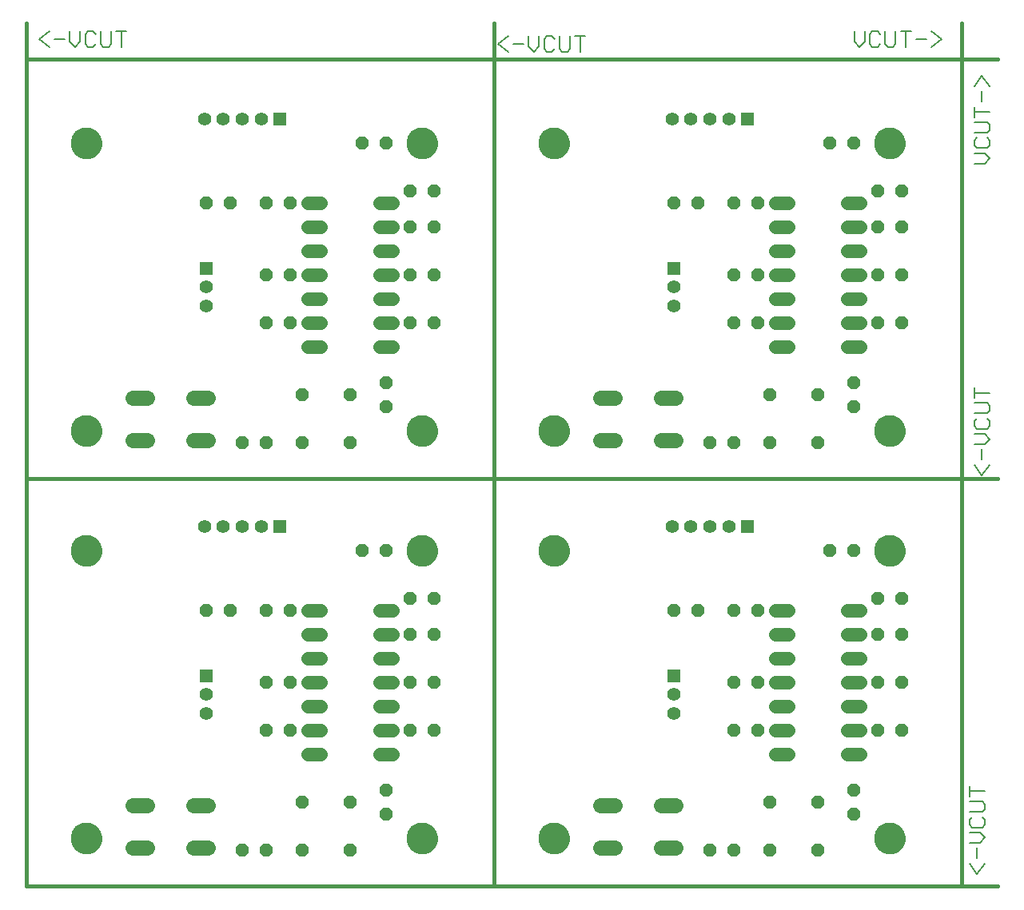
<source format=gbs>
G75*
%MOIN*%
%OFA0B0*%
%FSLAX25Y25*%
%IPPOS*%
%LPD*%
%AMOC8*
5,1,8,0,0,1.08239X$1,22.5*
%
%ADD10C,0.00000*%
%ADD11C,0.01600*%
%ADD12C,0.00600*%
%ADD13C,0.12998*%
%ADD14OC8,0.05600*%
%ADD15C,0.05600*%
%ADD16C,0.06400*%
%ADD17R,0.05550X0.05550*%
%ADD18C,0.05550*%
D10*
X0020501Y0021800D02*
X0020503Y0021958D01*
X0020509Y0022116D01*
X0020519Y0022274D01*
X0020533Y0022432D01*
X0020551Y0022589D01*
X0020572Y0022746D01*
X0020598Y0022902D01*
X0020628Y0023058D01*
X0020661Y0023213D01*
X0020699Y0023366D01*
X0020740Y0023519D01*
X0020785Y0023671D01*
X0020834Y0023822D01*
X0020887Y0023971D01*
X0020943Y0024119D01*
X0021003Y0024265D01*
X0021067Y0024410D01*
X0021135Y0024553D01*
X0021206Y0024695D01*
X0021280Y0024835D01*
X0021358Y0024972D01*
X0021440Y0025108D01*
X0021524Y0025242D01*
X0021613Y0025373D01*
X0021704Y0025502D01*
X0021799Y0025629D01*
X0021896Y0025754D01*
X0021997Y0025876D01*
X0022101Y0025995D01*
X0022208Y0026112D01*
X0022318Y0026226D01*
X0022431Y0026337D01*
X0022546Y0026446D01*
X0022664Y0026551D01*
X0022785Y0026653D01*
X0022908Y0026753D01*
X0023034Y0026849D01*
X0023162Y0026942D01*
X0023292Y0027032D01*
X0023425Y0027118D01*
X0023560Y0027202D01*
X0023696Y0027281D01*
X0023835Y0027358D01*
X0023976Y0027430D01*
X0024118Y0027500D01*
X0024262Y0027565D01*
X0024408Y0027627D01*
X0024555Y0027685D01*
X0024704Y0027740D01*
X0024854Y0027791D01*
X0025005Y0027838D01*
X0025157Y0027881D01*
X0025310Y0027920D01*
X0025465Y0027956D01*
X0025620Y0027987D01*
X0025776Y0028015D01*
X0025932Y0028039D01*
X0026089Y0028059D01*
X0026247Y0028075D01*
X0026404Y0028087D01*
X0026563Y0028095D01*
X0026721Y0028099D01*
X0026879Y0028099D01*
X0027037Y0028095D01*
X0027196Y0028087D01*
X0027353Y0028075D01*
X0027511Y0028059D01*
X0027668Y0028039D01*
X0027824Y0028015D01*
X0027980Y0027987D01*
X0028135Y0027956D01*
X0028290Y0027920D01*
X0028443Y0027881D01*
X0028595Y0027838D01*
X0028746Y0027791D01*
X0028896Y0027740D01*
X0029045Y0027685D01*
X0029192Y0027627D01*
X0029338Y0027565D01*
X0029482Y0027500D01*
X0029624Y0027430D01*
X0029765Y0027358D01*
X0029904Y0027281D01*
X0030040Y0027202D01*
X0030175Y0027118D01*
X0030308Y0027032D01*
X0030438Y0026942D01*
X0030566Y0026849D01*
X0030692Y0026753D01*
X0030815Y0026653D01*
X0030936Y0026551D01*
X0031054Y0026446D01*
X0031169Y0026337D01*
X0031282Y0026226D01*
X0031392Y0026112D01*
X0031499Y0025995D01*
X0031603Y0025876D01*
X0031704Y0025754D01*
X0031801Y0025629D01*
X0031896Y0025502D01*
X0031987Y0025373D01*
X0032076Y0025242D01*
X0032160Y0025108D01*
X0032242Y0024972D01*
X0032320Y0024835D01*
X0032394Y0024695D01*
X0032465Y0024553D01*
X0032533Y0024410D01*
X0032597Y0024265D01*
X0032657Y0024119D01*
X0032713Y0023971D01*
X0032766Y0023822D01*
X0032815Y0023671D01*
X0032860Y0023519D01*
X0032901Y0023366D01*
X0032939Y0023213D01*
X0032972Y0023058D01*
X0033002Y0022902D01*
X0033028Y0022746D01*
X0033049Y0022589D01*
X0033067Y0022432D01*
X0033081Y0022274D01*
X0033091Y0022116D01*
X0033097Y0021958D01*
X0033099Y0021800D01*
X0033097Y0021642D01*
X0033091Y0021484D01*
X0033081Y0021326D01*
X0033067Y0021168D01*
X0033049Y0021011D01*
X0033028Y0020854D01*
X0033002Y0020698D01*
X0032972Y0020542D01*
X0032939Y0020387D01*
X0032901Y0020234D01*
X0032860Y0020081D01*
X0032815Y0019929D01*
X0032766Y0019778D01*
X0032713Y0019629D01*
X0032657Y0019481D01*
X0032597Y0019335D01*
X0032533Y0019190D01*
X0032465Y0019047D01*
X0032394Y0018905D01*
X0032320Y0018765D01*
X0032242Y0018628D01*
X0032160Y0018492D01*
X0032076Y0018358D01*
X0031987Y0018227D01*
X0031896Y0018098D01*
X0031801Y0017971D01*
X0031704Y0017846D01*
X0031603Y0017724D01*
X0031499Y0017605D01*
X0031392Y0017488D01*
X0031282Y0017374D01*
X0031169Y0017263D01*
X0031054Y0017154D01*
X0030936Y0017049D01*
X0030815Y0016947D01*
X0030692Y0016847D01*
X0030566Y0016751D01*
X0030438Y0016658D01*
X0030308Y0016568D01*
X0030175Y0016482D01*
X0030040Y0016398D01*
X0029904Y0016319D01*
X0029765Y0016242D01*
X0029624Y0016170D01*
X0029482Y0016100D01*
X0029338Y0016035D01*
X0029192Y0015973D01*
X0029045Y0015915D01*
X0028896Y0015860D01*
X0028746Y0015809D01*
X0028595Y0015762D01*
X0028443Y0015719D01*
X0028290Y0015680D01*
X0028135Y0015644D01*
X0027980Y0015613D01*
X0027824Y0015585D01*
X0027668Y0015561D01*
X0027511Y0015541D01*
X0027353Y0015525D01*
X0027196Y0015513D01*
X0027037Y0015505D01*
X0026879Y0015501D01*
X0026721Y0015501D01*
X0026563Y0015505D01*
X0026404Y0015513D01*
X0026247Y0015525D01*
X0026089Y0015541D01*
X0025932Y0015561D01*
X0025776Y0015585D01*
X0025620Y0015613D01*
X0025465Y0015644D01*
X0025310Y0015680D01*
X0025157Y0015719D01*
X0025005Y0015762D01*
X0024854Y0015809D01*
X0024704Y0015860D01*
X0024555Y0015915D01*
X0024408Y0015973D01*
X0024262Y0016035D01*
X0024118Y0016100D01*
X0023976Y0016170D01*
X0023835Y0016242D01*
X0023696Y0016319D01*
X0023560Y0016398D01*
X0023425Y0016482D01*
X0023292Y0016568D01*
X0023162Y0016658D01*
X0023034Y0016751D01*
X0022908Y0016847D01*
X0022785Y0016947D01*
X0022664Y0017049D01*
X0022546Y0017154D01*
X0022431Y0017263D01*
X0022318Y0017374D01*
X0022208Y0017488D01*
X0022101Y0017605D01*
X0021997Y0017724D01*
X0021896Y0017846D01*
X0021799Y0017971D01*
X0021704Y0018098D01*
X0021613Y0018227D01*
X0021524Y0018358D01*
X0021440Y0018492D01*
X0021358Y0018628D01*
X0021280Y0018765D01*
X0021206Y0018905D01*
X0021135Y0019047D01*
X0021067Y0019190D01*
X0021003Y0019335D01*
X0020943Y0019481D01*
X0020887Y0019629D01*
X0020834Y0019778D01*
X0020785Y0019929D01*
X0020740Y0020081D01*
X0020699Y0020234D01*
X0020661Y0020387D01*
X0020628Y0020542D01*
X0020598Y0020698D01*
X0020572Y0020854D01*
X0020551Y0021011D01*
X0020533Y0021168D01*
X0020519Y0021326D01*
X0020509Y0021484D01*
X0020503Y0021642D01*
X0020501Y0021800D01*
X0020501Y0141800D02*
X0020503Y0141958D01*
X0020509Y0142116D01*
X0020519Y0142274D01*
X0020533Y0142432D01*
X0020551Y0142589D01*
X0020572Y0142746D01*
X0020598Y0142902D01*
X0020628Y0143058D01*
X0020661Y0143213D01*
X0020699Y0143366D01*
X0020740Y0143519D01*
X0020785Y0143671D01*
X0020834Y0143822D01*
X0020887Y0143971D01*
X0020943Y0144119D01*
X0021003Y0144265D01*
X0021067Y0144410D01*
X0021135Y0144553D01*
X0021206Y0144695D01*
X0021280Y0144835D01*
X0021358Y0144972D01*
X0021440Y0145108D01*
X0021524Y0145242D01*
X0021613Y0145373D01*
X0021704Y0145502D01*
X0021799Y0145629D01*
X0021896Y0145754D01*
X0021997Y0145876D01*
X0022101Y0145995D01*
X0022208Y0146112D01*
X0022318Y0146226D01*
X0022431Y0146337D01*
X0022546Y0146446D01*
X0022664Y0146551D01*
X0022785Y0146653D01*
X0022908Y0146753D01*
X0023034Y0146849D01*
X0023162Y0146942D01*
X0023292Y0147032D01*
X0023425Y0147118D01*
X0023560Y0147202D01*
X0023696Y0147281D01*
X0023835Y0147358D01*
X0023976Y0147430D01*
X0024118Y0147500D01*
X0024262Y0147565D01*
X0024408Y0147627D01*
X0024555Y0147685D01*
X0024704Y0147740D01*
X0024854Y0147791D01*
X0025005Y0147838D01*
X0025157Y0147881D01*
X0025310Y0147920D01*
X0025465Y0147956D01*
X0025620Y0147987D01*
X0025776Y0148015D01*
X0025932Y0148039D01*
X0026089Y0148059D01*
X0026247Y0148075D01*
X0026404Y0148087D01*
X0026563Y0148095D01*
X0026721Y0148099D01*
X0026879Y0148099D01*
X0027037Y0148095D01*
X0027196Y0148087D01*
X0027353Y0148075D01*
X0027511Y0148059D01*
X0027668Y0148039D01*
X0027824Y0148015D01*
X0027980Y0147987D01*
X0028135Y0147956D01*
X0028290Y0147920D01*
X0028443Y0147881D01*
X0028595Y0147838D01*
X0028746Y0147791D01*
X0028896Y0147740D01*
X0029045Y0147685D01*
X0029192Y0147627D01*
X0029338Y0147565D01*
X0029482Y0147500D01*
X0029624Y0147430D01*
X0029765Y0147358D01*
X0029904Y0147281D01*
X0030040Y0147202D01*
X0030175Y0147118D01*
X0030308Y0147032D01*
X0030438Y0146942D01*
X0030566Y0146849D01*
X0030692Y0146753D01*
X0030815Y0146653D01*
X0030936Y0146551D01*
X0031054Y0146446D01*
X0031169Y0146337D01*
X0031282Y0146226D01*
X0031392Y0146112D01*
X0031499Y0145995D01*
X0031603Y0145876D01*
X0031704Y0145754D01*
X0031801Y0145629D01*
X0031896Y0145502D01*
X0031987Y0145373D01*
X0032076Y0145242D01*
X0032160Y0145108D01*
X0032242Y0144972D01*
X0032320Y0144835D01*
X0032394Y0144695D01*
X0032465Y0144553D01*
X0032533Y0144410D01*
X0032597Y0144265D01*
X0032657Y0144119D01*
X0032713Y0143971D01*
X0032766Y0143822D01*
X0032815Y0143671D01*
X0032860Y0143519D01*
X0032901Y0143366D01*
X0032939Y0143213D01*
X0032972Y0143058D01*
X0033002Y0142902D01*
X0033028Y0142746D01*
X0033049Y0142589D01*
X0033067Y0142432D01*
X0033081Y0142274D01*
X0033091Y0142116D01*
X0033097Y0141958D01*
X0033099Y0141800D01*
X0033097Y0141642D01*
X0033091Y0141484D01*
X0033081Y0141326D01*
X0033067Y0141168D01*
X0033049Y0141011D01*
X0033028Y0140854D01*
X0033002Y0140698D01*
X0032972Y0140542D01*
X0032939Y0140387D01*
X0032901Y0140234D01*
X0032860Y0140081D01*
X0032815Y0139929D01*
X0032766Y0139778D01*
X0032713Y0139629D01*
X0032657Y0139481D01*
X0032597Y0139335D01*
X0032533Y0139190D01*
X0032465Y0139047D01*
X0032394Y0138905D01*
X0032320Y0138765D01*
X0032242Y0138628D01*
X0032160Y0138492D01*
X0032076Y0138358D01*
X0031987Y0138227D01*
X0031896Y0138098D01*
X0031801Y0137971D01*
X0031704Y0137846D01*
X0031603Y0137724D01*
X0031499Y0137605D01*
X0031392Y0137488D01*
X0031282Y0137374D01*
X0031169Y0137263D01*
X0031054Y0137154D01*
X0030936Y0137049D01*
X0030815Y0136947D01*
X0030692Y0136847D01*
X0030566Y0136751D01*
X0030438Y0136658D01*
X0030308Y0136568D01*
X0030175Y0136482D01*
X0030040Y0136398D01*
X0029904Y0136319D01*
X0029765Y0136242D01*
X0029624Y0136170D01*
X0029482Y0136100D01*
X0029338Y0136035D01*
X0029192Y0135973D01*
X0029045Y0135915D01*
X0028896Y0135860D01*
X0028746Y0135809D01*
X0028595Y0135762D01*
X0028443Y0135719D01*
X0028290Y0135680D01*
X0028135Y0135644D01*
X0027980Y0135613D01*
X0027824Y0135585D01*
X0027668Y0135561D01*
X0027511Y0135541D01*
X0027353Y0135525D01*
X0027196Y0135513D01*
X0027037Y0135505D01*
X0026879Y0135501D01*
X0026721Y0135501D01*
X0026563Y0135505D01*
X0026404Y0135513D01*
X0026247Y0135525D01*
X0026089Y0135541D01*
X0025932Y0135561D01*
X0025776Y0135585D01*
X0025620Y0135613D01*
X0025465Y0135644D01*
X0025310Y0135680D01*
X0025157Y0135719D01*
X0025005Y0135762D01*
X0024854Y0135809D01*
X0024704Y0135860D01*
X0024555Y0135915D01*
X0024408Y0135973D01*
X0024262Y0136035D01*
X0024118Y0136100D01*
X0023976Y0136170D01*
X0023835Y0136242D01*
X0023696Y0136319D01*
X0023560Y0136398D01*
X0023425Y0136482D01*
X0023292Y0136568D01*
X0023162Y0136658D01*
X0023034Y0136751D01*
X0022908Y0136847D01*
X0022785Y0136947D01*
X0022664Y0137049D01*
X0022546Y0137154D01*
X0022431Y0137263D01*
X0022318Y0137374D01*
X0022208Y0137488D01*
X0022101Y0137605D01*
X0021997Y0137724D01*
X0021896Y0137846D01*
X0021799Y0137971D01*
X0021704Y0138098D01*
X0021613Y0138227D01*
X0021524Y0138358D01*
X0021440Y0138492D01*
X0021358Y0138628D01*
X0021280Y0138765D01*
X0021206Y0138905D01*
X0021135Y0139047D01*
X0021067Y0139190D01*
X0021003Y0139335D01*
X0020943Y0139481D01*
X0020887Y0139629D01*
X0020834Y0139778D01*
X0020785Y0139929D01*
X0020740Y0140081D01*
X0020699Y0140234D01*
X0020661Y0140387D01*
X0020628Y0140542D01*
X0020598Y0140698D01*
X0020572Y0140854D01*
X0020551Y0141011D01*
X0020533Y0141168D01*
X0020519Y0141326D01*
X0020509Y0141484D01*
X0020503Y0141642D01*
X0020501Y0141800D01*
X0001800Y0171761D02*
X0195501Y0171761D01*
X0196800Y0171761D02*
X0390501Y0171761D01*
X0355501Y0191800D02*
X0355503Y0191958D01*
X0355509Y0192116D01*
X0355519Y0192274D01*
X0355533Y0192432D01*
X0355551Y0192589D01*
X0355572Y0192746D01*
X0355598Y0192902D01*
X0355628Y0193058D01*
X0355661Y0193213D01*
X0355699Y0193366D01*
X0355740Y0193519D01*
X0355785Y0193671D01*
X0355834Y0193822D01*
X0355887Y0193971D01*
X0355943Y0194119D01*
X0356003Y0194265D01*
X0356067Y0194410D01*
X0356135Y0194553D01*
X0356206Y0194695D01*
X0356280Y0194835D01*
X0356358Y0194972D01*
X0356440Y0195108D01*
X0356524Y0195242D01*
X0356613Y0195373D01*
X0356704Y0195502D01*
X0356799Y0195629D01*
X0356896Y0195754D01*
X0356997Y0195876D01*
X0357101Y0195995D01*
X0357208Y0196112D01*
X0357318Y0196226D01*
X0357431Y0196337D01*
X0357546Y0196446D01*
X0357664Y0196551D01*
X0357785Y0196653D01*
X0357908Y0196753D01*
X0358034Y0196849D01*
X0358162Y0196942D01*
X0358292Y0197032D01*
X0358425Y0197118D01*
X0358560Y0197202D01*
X0358696Y0197281D01*
X0358835Y0197358D01*
X0358976Y0197430D01*
X0359118Y0197500D01*
X0359262Y0197565D01*
X0359408Y0197627D01*
X0359555Y0197685D01*
X0359704Y0197740D01*
X0359854Y0197791D01*
X0360005Y0197838D01*
X0360157Y0197881D01*
X0360310Y0197920D01*
X0360465Y0197956D01*
X0360620Y0197987D01*
X0360776Y0198015D01*
X0360932Y0198039D01*
X0361089Y0198059D01*
X0361247Y0198075D01*
X0361404Y0198087D01*
X0361563Y0198095D01*
X0361721Y0198099D01*
X0361879Y0198099D01*
X0362037Y0198095D01*
X0362196Y0198087D01*
X0362353Y0198075D01*
X0362511Y0198059D01*
X0362668Y0198039D01*
X0362824Y0198015D01*
X0362980Y0197987D01*
X0363135Y0197956D01*
X0363290Y0197920D01*
X0363443Y0197881D01*
X0363595Y0197838D01*
X0363746Y0197791D01*
X0363896Y0197740D01*
X0364045Y0197685D01*
X0364192Y0197627D01*
X0364338Y0197565D01*
X0364482Y0197500D01*
X0364624Y0197430D01*
X0364765Y0197358D01*
X0364904Y0197281D01*
X0365040Y0197202D01*
X0365175Y0197118D01*
X0365308Y0197032D01*
X0365438Y0196942D01*
X0365566Y0196849D01*
X0365692Y0196753D01*
X0365815Y0196653D01*
X0365936Y0196551D01*
X0366054Y0196446D01*
X0366169Y0196337D01*
X0366282Y0196226D01*
X0366392Y0196112D01*
X0366499Y0195995D01*
X0366603Y0195876D01*
X0366704Y0195754D01*
X0366801Y0195629D01*
X0366896Y0195502D01*
X0366987Y0195373D01*
X0367076Y0195242D01*
X0367160Y0195108D01*
X0367242Y0194972D01*
X0367320Y0194835D01*
X0367394Y0194695D01*
X0367465Y0194553D01*
X0367533Y0194410D01*
X0367597Y0194265D01*
X0367657Y0194119D01*
X0367713Y0193971D01*
X0367766Y0193822D01*
X0367815Y0193671D01*
X0367860Y0193519D01*
X0367901Y0193366D01*
X0367939Y0193213D01*
X0367972Y0193058D01*
X0368002Y0192902D01*
X0368028Y0192746D01*
X0368049Y0192589D01*
X0368067Y0192432D01*
X0368081Y0192274D01*
X0368091Y0192116D01*
X0368097Y0191958D01*
X0368099Y0191800D01*
X0368097Y0191642D01*
X0368091Y0191484D01*
X0368081Y0191326D01*
X0368067Y0191168D01*
X0368049Y0191011D01*
X0368028Y0190854D01*
X0368002Y0190698D01*
X0367972Y0190542D01*
X0367939Y0190387D01*
X0367901Y0190234D01*
X0367860Y0190081D01*
X0367815Y0189929D01*
X0367766Y0189778D01*
X0367713Y0189629D01*
X0367657Y0189481D01*
X0367597Y0189335D01*
X0367533Y0189190D01*
X0367465Y0189047D01*
X0367394Y0188905D01*
X0367320Y0188765D01*
X0367242Y0188628D01*
X0367160Y0188492D01*
X0367076Y0188358D01*
X0366987Y0188227D01*
X0366896Y0188098D01*
X0366801Y0187971D01*
X0366704Y0187846D01*
X0366603Y0187724D01*
X0366499Y0187605D01*
X0366392Y0187488D01*
X0366282Y0187374D01*
X0366169Y0187263D01*
X0366054Y0187154D01*
X0365936Y0187049D01*
X0365815Y0186947D01*
X0365692Y0186847D01*
X0365566Y0186751D01*
X0365438Y0186658D01*
X0365308Y0186568D01*
X0365175Y0186482D01*
X0365040Y0186398D01*
X0364904Y0186319D01*
X0364765Y0186242D01*
X0364624Y0186170D01*
X0364482Y0186100D01*
X0364338Y0186035D01*
X0364192Y0185973D01*
X0364045Y0185915D01*
X0363896Y0185860D01*
X0363746Y0185809D01*
X0363595Y0185762D01*
X0363443Y0185719D01*
X0363290Y0185680D01*
X0363135Y0185644D01*
X0362980Y0185613D01*
X0362824Y0185585D01*
X0362668Y0185561D01*
X0362511Y0185541D01*
X0362353Y0185525D01*
X0362196Y0185513D01*
X0362037Y0185505D01*
X0361879Y0185501D01*
X0361721Y0185501D01*
X0361563Y0185505D01*
X0361404Y0185513D01*
X0361247Y0185525D01*
X0361089Y0185541D01*
X0360932Y0185561D01*
X0360776Y0185585D01*
X0360620Y0185613D01*
X0360465Y0185644D01*
X0360310Y0185680D01*
X0360157Y0185719D01*
X0360005Y0185762D01*
X0359854Y0185809D01*
X0359704Y0185860D01*
X0359555Y0185915D01*
X0359408Y0185973D01*
X0359262Y0186035D01*
X0359118Y0186100D01*
X0358976Y0186170D01*
X0358835Y0186242D01*
X0358696Y0186319D01*
X0358560Y0186398D01*
X0358425Y0186482D01*
X0358292Y0186568D01*
X0358162Y0186658D01*
X0358034Y0186751D01*
X0357908Y0186847D01*
X0357785Y0186947D01*
X0357664Y0187049D01*
X0357546Y0187154D01*
X0357431Y0187263D01*
X0357318Y0187374D01*
X0357208Y0187488D01*
X0357101Y0187605D01*
X0356997Y0187724D01*
X0356896Y0187846D01*
X0356799Y0187971D01*
X0356704Y0188098D01*
X0356613Y0188227D01*
X0356524Y0188358D01*
X0356440Y0188492D01*
X0356358Y0188628D01*
X0356280Y0188765D01*
X0356206Y0188905D01*
X0356135Y0189047D01*
X0356067Y0189190D01*
X0356003Y0189335D01*
X0355943Y0189481D01*
X0355887Y0189629D01*
X0355834Y0189778D01*
X0355785Y0189929D01*
X0355740Y0190081D01*
X0355699Y0190234D01*
X0355661Y0190387D01*
X0355628Y0190542D01*
X0355598Y0190698D01*
X0355572Y0190854D01*
X0355551Y0191011D01*
X0355533Y0191168D01*
X0355519Y0191326D01*
X0355509Y0191484D01*
X0355503Y0191642D01*
X0355501Y0191800D01*
X0355501Y0141800D02*
X0355503Y0141958D01*
X0355509Y0142116D01*
X0355519Y0142274D01*
X0355533Y0142432D01*
X0355551Y0142589D01*
X0355572Y0142746D01*
X0355598Y0142902D01*
X0355628Y0143058D01*
X0355661Y0143213D01*
X0355699Y0143366D01*
X0355740Y0143519D01*
X0355785Y0143671D01*
X0355834Y0143822D01*
X0355887Y0143971D01*
X0355943Y0144119D01*
X0356003Y0144265D01*
X0356067Y0144410D01*
X0356135Y0144553D01*
X0356206Y0144695D01*
X0356280Y0144835D01*
X0356358Y0144972D01*
X0356440Y0145108D01*
X0356524Y0145242D01*
X0356613Y0145373D01*
X0356704Y0145502D01*
X0356799Y0145629D01*
X0356896Y0145754D01*
X0356997Y0145876D01*
X0357101Y0145995D01*
X0357208Y0146112D01*
X0357318Y0146226D01*
X0357431Y0146337D01*
X0357546Y0146446D01*
X0357664Y0146551D01*
X0357785Y0146653D01*
X0357908Y0146753D01*
X0358034Y0146849D01*
X0358162Y0146942D01*
X0358292Y0147032D01*
X0358425Y0147118D01*
X0358560Y0147202D01*
X0358696Y0147281D01*
X0358835Y0147358D01*
X0358976Y0147430D01*
X0359118Y0147500D01*
X0359262Y0147565D01*
X0359408Y0147627D01*
X0359555Y0147685D01*
X0359704Y0147740D01*
X0359854Y0147791D01*
X0360005Y0147838D01*
X0360157Y0147881D01*
X0360310Y0147920D01*
X0360465Y0147956D01*
X0360620Y0147987D01*
X0360776Y0148015D01*
X0360932Y0148039D01*
X0361089Y0148059D01*
X0361247Y0148075D01*
X0361404Y0148087D01*
X0361563Y0148095D01*
X0361721Y0148099D01*
X0361879Y0148099D01*
X0362037Y0148095D01*
X0362196Y0148087D01*
X0362353Y0148075D01*
X0362511Y0148059D01*
X0362668Y0148039D01*
X0362824Y0148015D01*
X0362980Y0147987D01*
X0363135Y0147956D01*
X0363290Y0147920D01*
X0363443Y0147881D01*
X0363595Y0147838D01*
X0363746Y0147791D01*
X0363896Y0147740D01*
X0364045Y0147685D01*
X0364192Y0147627D01*
X0364338Y0147565D01*
X0364482Y0147500D01*
X0364624Y0147430D01*
X0364765Y0147358D01*
X0364904Y0147281D01*
X0365040Y0147202D01*
X0365175Y0147118D01*
X0365308Y0147032D01*
X0365438Y0146942D01*
X0365566Y0146849D01*
X0365692Y0146753D01*
X0365815Y0146653D01*
X0365936Y0146551D01*
X0366054Y0146446D01*
X0366169Y0146337D01*
X0366282Y0146226D01*
X0366392Y0146112D01*
X0366499Y0145995D01*
X0366603Y0145876D01*
X0366704Y0145754D01*
X0366801Y0145629D01*
X0366896Y0145502D01*
X0366987Y0145373D01*
X0367076Y0145242D01*
X0367160Y0145108D01*
X0367242Y0144972D01*
X0367320Y0144835D01*
X0367394Y0144695D01*
X0367465Y0144553D01*
X0367533Y0144410D01*
X0367597Y0144265D01*
X0367657Y0144119D01*
X0367713Y0143971D01*
X0367766Y0143822D01*
X0367815Y0143671D01*
X0367860Y0143519D01*
X0367901Y0143366D01*
X0367939Y0143213D01*
X0367972Y0143058D01*
X0368002Y0142902D01*
X0368028Y0142746D01*
X0368049Y0142589D01*
X0368067Y0142432D01*
X0368081Y0142274D01*
X0368091Y0142116D01*
X0368097Y0141958D01*
X0368099Y0141800D01*
X0368097Y0141642D01*
X0368091Y0141484D01*
X0368081Y0141326D01*
X0368067Y0141168D01*
X0368049Y0141011D01*
X0368028Y0140854D01*
X0368002Y0140698D01*
X0367972Y0140542D01*
X0367939Y0140387D01*
X0367901Y0140234D01*
X0367860Y0140081D01*
X0367815Y0139929D01*
X0367766Y0139778D01*
X0367713Y0139629D01*
X0367657Y0139481D01*
X0367597Y0139335D01*
X0367533Y0139190D01*
X0367465Y0139047D01*
X0367394Y0138905D01*
X0367320Y0138765D01*
X0367242Y0138628D01*
X0367160Y0138492D01*
X0367076Y0138358D01*
X0366987Y0138227D01*
X0366896Y0138098D01*
X0366801Y0137971D01*
X0366704Y0137846D01*
X0366603Y0137724D01*
X0366499Y0137605D01*
X0366392Y0137488D01*
X0366282Y0137374D01*
X0366169Y0137263D01*
X0366054Y0137154D01*
X0365936Y0137049D01*
X0365815Y0136947D01*
X0365692Y0136847D01*
X0365566Y0136751D01*
X0365438Y0136658D01*
X0365308Y0136568D01*
X0365175Y0136482D01*
X0365040Y0136398D01*
X0364904Y0136319D01*
X0364765Y0136242D01*
X0364624Y0136170D01*
X0364482Y0136100D01*
X0364338Y0136035D01*
X0364192Y0135973D01*
X0364045Y0135915D01*
X0363896Y0135860D01*
X0363746Y0135809D01*
X0363595Y0135762D01*
X0363443Y0135719D01*
X0363290Y0135680D01*
X0363135Y0135644D01*
X0362980Y0135613D01*
X0362824Y0135585D01*
X0362668Y0135561D01*
X0362511Y0135541D01*
X0362353Y0135525D01*
X0362196Y0135513D01*
X0362037Y0135505D01*
X0361879Y0135501D01*
X0361721Y0135501D01*
X0361563Y0135505D01*
X0361404Y0135513D01*
X0361247Y0135525D01*
X0361089Y0135541D01*
X0360932Y0135561D01*
X0360776Y0135585D01*
X0360620Y0135613D01*
X0360465Y0135644D01*
X0360310Y0135680D01*
X0360157Y0135719D01*
X0360005Y0135762D01*
X0359854Y0135809D01*
X0359704Y0135860D01*
X0359555Y0135915D01*
X0359408Y0135973D01*
X0359262Y0136035D01*
X0359118Y0136100D01*
X0358976Y0136170D01*
X0358835Y0136242D01*
X0358696Y0136319D01*
X0358560Y0136398D01*
X0358425Y0136482D01*
X0358292Y0136568D01*
X0358162Y0136658D01*
X0358034Y0136751D01*
X0357908Y0136847D01*
X0357785Y0136947D01*
X0357664Y0137049D01*
X0357546Y0137154D01*
X0357431Y0137263D01*
X0357318Y0137374D01*
X0357208Y0137488D01*
X0357101Y0137605D01*
X0356997Y0137724D01*
X0356896Y0137846D01*
X0356799Y0137971D01*
X0356704Y0138098D01*
X0356613Y0138227D01*
X0356524Y0138358D01*
X0356440Y0138492D01*
X0356358Y0138628D01*
X0356280Y0138765D01*
X0356206Y0138905D01*
X0356135Y0139047D01*
X0356067Y0139190D01*
X0356003Y0139335D01*
X0355943Y0139481D01*
X0355887Y0139629D01*
X0355834Y0139778D01*
X0355785Y0139929D01*
X0355740Y0140081D01*
X0355699Y0140234D01*
X0355661Y0140387D01*
X0355628Y0140542D01*
X0355598Y0140698D01*
X0355572Y0140854D01*
X0355551Y0141011D01*
X0355533Y0141168D01*
X0355519Y0141326D01*
X0355509Y0141484D01*
X0355503Y0141642D01*
X0355501Y0141800D01*
X0355501Y0021800D02*
X0355503Y0021958D01*
X0355509Y0022116D01*
X0355519Y0022274D01*
X0355533Y0022432D01*
X0355551Y0022589D01*
X0355572Y0022746D01*
X0355598Y0022902D01*
X0355628Y0023058D01*
X0355661Y0023213D01*
X0355699Y0023366D01*
X0355740Y0023519D01*
X0355785Y0023671D01*
X0355834Y0023822D01*
X0355887Y0023971D01*
X0355943Y0024119D01*
X0356003Y0024265D01*
X0356067Y0024410D01*
X0356135Y0024553D01*
X0356206Y0024695D01*
X0356280Y0024835D01*
X0356358Y0024972D01*
X0356440Y0025108D01*
X0356524Y0025242D01*
X0356613Y0025373D01*
X0356704Y0025502D01*
X0356799Y0025629D01*
X0356896Y0025754D01*
X0356997Y0025876D01*
X0357101Y0025995D01*
X0357208Y0026112D01*
X0357318Y0026226D01*
X0357431Y0026337D01*
X0357546Y0026446D01*
X0357664Y0026551D01*
X0357785Y0026653D01*
X0357908Y0026753D01*
X0358034Y0026849D01*
X0358162Y0026942D01*
X0358292Y0027032D01*
X0358425Y0027118D01*
X0358560Y0027202D01*
X0358696Y0027281D01*
X0358835Y0027358D01*
X0358976Y0027430D01*
X0359118Y0027500D01*
X0359262Y0027565D01*
X0359408Y0027627D01*
X0359555Y0027685D01*
X0359704Y0027740D01*
X0359854Y0027791D01*
X0360005Y0027838D01*
X0360157Y0027881D01*
X0360310Y0027920D01*
X0360465Y0027956D01*
X0360620Y0027987D01*
X0360776Y0028015D01*
X0360932Y0028039D01*
X0361089Y0028059D01*
X0361247Y0028075D01*
X0361404Y0028087D01*
X0361563Y0028095D01*
X0361721Y0028099D01*
X0361879Y0028099D01*
X0362037Y0028095D01*
X0362196Y0028087D01*
X0362353Y0028075D01*
X0362511Y0028059D01*
X0362668Y0028039D01*
X0362824Y0028015D01*
X0362980Y0027987D01*
X0363135Y0027956D01*
X0363290Y0027920D01*
X0363443Y0027881D01*
X0363595Y0027838D01*
X0363746Y0027791D01*
X0363896Y0027740D01*
X0364045Y0027685D01*
X0364192Y0027627D01*
X0364338Y0027565D01*
X0364482Y0027500D01*
X0364624Y0027430D01*
X0364765Y0027358D01*
X0364904Y0027281D01*
X0365040Y0027202D01*
X0365175Y0027118D01*
X0365308Y0027032D01*
X0365438Y0026942D01*
X0365566Y0026849D01*
X0365692Y0026753D01*
X0365815Y0026653D01*
X0365936Y0026551D01*
X0366054Y0026446D01*
X0366169Y0026337D01*
X0366282Y0026226D01*
X0366392Y0026112D01*
X0366499Y0025995D01*
X0366603Y0025876D01*
X0366704Y0025754D01*
X0366801Y0025629D01*
X0366896Y0025502D01*
X0366987Y0025373D01*
X0367076Y0025242D01*
X0367160Y0025108D01*
X0367242Y0024972D01*
X0367320Y0024835D01*
X0367394Y0024695D01*
X0367465Y0024553D01*
X0367533Y0024410D01*
X0367597Y0024265D01*
X0367657Y0024119D01*
X0367713Y0023971D01*
X0367766Y0023822D01*
X0367815Y0023671D01*
X0367860Y0023519D01*
X0367901Y0023366D01*
X0367939Y0023213D01*
X0367972Y0023058D01*
X0368002Y0022902D01*
X0368028Y0022746D01*
X0368049Y0022589D01*
X0368067Y0022432D01*
X0368081Y0022274D01*
X0368091Y0022116D01*
X0368097Y0021958D01*
X0368099Y0021800D01*
X0368097Y0021642D01*
X0368091Y0021484D01*
X0368081Y0021326D01*
X0368067Y0021168D01*
X0368049Y0021011D01*
X0368028Y0020854D01*
X0368002Y0020698D01*
X0367972Y0020542D01*
X0367939Y0020387D01*
X0367901Y0020234D01*
X0367860Y0020081D01*
X0367815Y0019929D01*
X0367766Y0019778D01*
X0367713Y0019629D01*
X0367657Y0019481D01*
X0367597Y0019335D01*
X0367533Y0019190D01*
X0367465Y0019047D01*
X0367394Y0018905D01*
X0367320Y0018765D01*
X0367242Y0018628D01*
X0367160Y0018492D01*
X0367076Y0018358D01*
X0366987Y0018227D01*
X0366896Y0018098D01*
X0366801Y0017971D01*
X0366704Y0017846D01*
X0366603Y0017724D01*
X0366499Y0017605D01*
X0366392Y0017488D01*
X0366282Y0017374D01*
X0366169Y0017263D01*
X0366054Y0017154D01*
X0365936Y0017049D01*
X0365815Y0016947D01*
X0365692Y0016847D01*
X0365566Y0016751D01*
X0365438Y0016658D01*
X0365308Y0016568D01*
X0365175Y0016482D01*
X0365040Y0016398D01*
X0364904Y0016319D01*
X0364765Y0016242D01*
X0364624Y0016170D01*
X0364482Y0016100D01*
X0364338Y0016035D01*
X0364192Y0015973D01*
X0364045Y0015915D01*
X0363896Y0015860D01*
X0363746Y0015809D01*
X0363595Y0015762D01*
X0363443Y0015719D01*
X0363290Y0015680D01*
X0363135Y0015644D01*
X0362980Y0015613D01*
X0362824Y0015585D01*
X0362668Y0015561D01*
X0362511Y0015541D01*
X0362353Y0015525D01*
X0362196Y0015513D01*
X0362037Y0015505D01*
X0361879Y0015501D01*
X0361721Y0015501D01*
X0361563Y0015505D01*
X0361404Y0015513D01*
X0361247Y0015525D01*
X0361089Y0015541D01*
X0360932Y0015561D01*
X0360776Y0015585D01*
X0360620Y0015613D01*
X0360465Y0015644D01*
X0360310Y0015680D01*
X0360157Y0015719D01*
X0360005Y0015762D01*
X0359854Y0015809D01*
X0359704Y0015860D01*
X0359555Y0015915D01*
X0359408Y0015973D01*
X0359262Y0016035D01*
X0359118Y0016100D01*
X0358976Y0016170D01*
X0358835Y0016242D01*
X0358696Y0016319D01*
X0358560Y0016398D01*
X0358425Y0016482D01*
X0358292Y0016568D01*
X0358162Y0016658D01*
X0358034Y0016751D01*
X0357908Y0016847D01*
X0357785Y0016947D01*
X0357664Y0017049D01*
X0357546Y0017154D01*
X0357431Y0017263D01*
X0357318Y0017374D01*
X0357208Y0017488D01*
X0357101Y0017605D01*
X0356997Y0017724D01*
X0356896Y0017846D01*
X0356799Y0017971D01*
X0356704Y0018098D01*
X0356613Y0018227D01*
X0356524Y0018358D01*
X0356440Y0018492D01*
X0356358Y0018628D01*
X0356280Y0018765D01*
X0356206Y0018905D01*
X0356135Y0019047D01*
X0356067Y0019190D01*
X0356003Y0019335D01*
X0355943Y0019481D01*
X0355887Y0019629D01*
X0355834Y0019778D01*
X0355785Y0019929D01*
X0355740Y0020081D01*
X0355699Y0020234D01*
X0355661Y0020387D01*
X0355628Y0020542D01*
X0355598Y0020698D01*
X0355572Y0020854D01*
X0355551Y0021011D01*
X0355533Y0021168D01*
X0355519Y0021326D01*
X0355509Y0021484D01*
X0355503Y0021642D01*
X0355501Y0021800D01*
X0215501Y0021800D02*
X0215503Y0021958D01*
X0215509Y0022116D01*
X0215519Y0022274D01*
X0215533Y0022432D01*
X0215551Y0022589D01*
X0215572Y0022746D01*
X0215598Y0022902D01*
X0215628Y0023058D01*
X0215661Y0023213D01*
X0215699Y0023366D01*
X0215740Y0023519D01*
X0215785Y0023671D01*
X0215834Y0023822D01*
X0215887Y0023971D01*
X0215943Y0024119D01*
X0216003Y0024265D01*
X0216067Y0024410D01*
X0216135Y0024553D01*
X0216206Y0024695D01*
X0216280Y0024835D01*
X0216358Y0024972D01*
X0216440Y0025108D01*
X0216524Y0025242D01*
X0216613Y0025373D01*
X0216704Y0025502D01*
X0216799Y0025629D01*
X0216896Y0025754D01*
X0216997Y0025876D01*
X0217101Y0025995D01*
X0217208Y0026112D01*
X0217318Y0026226D01*
X0217431Y0026337D01*
X0217546Y0026446D01*
X0217664Y0026551D01*
X0217785Y0026653D01*
X0217908Y0026753D01*
X0218034Y0026849D01*
X0218162Y0026942D01*
X0218292Y0027032D01*
X0218425Y0027118D01*
X0218560Y0027202D01*
X0218696Y0027281D01*
X0218835Y0027358D01*
X0218976Y0027430D01*
X0219118Y0027500D01*
X0219262Y0027565D01*
X0219408Y0027627D01*
X0219555Y0027685D01*
X0219704Y0027740D01*
X0219854Y0027791D01*
X0220005Y0027838D01*
X0220157Y0027881D01*
X0220310Y0027920D01*
X0220465Y0027956D01*
X0220620Y0027987D01*
X0220776Y0028015D01*
X0220932Y0028039D01*
X0221089Y0028059D01*
X0221247Y0028075D01*
X0221404Y0028087D01*
X0221563Y0028095D01*
X0221721Y0028099D01*
X0221879Y0028099D01*
X0222037Y0028095D01*
X0222196Y0028087D01*
X0222353Y0028075D01*
X0222511Y0028059D01*
X0222668Y0028039D01*
X0222824Y0028015D01*
X0222980Y0027987D01*
X0223135Y0027956D01*
X0223290Y0027920D01*
X0223443Y0027881D01*
X0223595Y0027838D01*
X0223746Y0027791D01*
X0223896Y0027740D01*
X0224045Y0027685D01*
X0224192Y0027627D01*
X0224338Y0027565D01*
X0224482Y0027500D01*
X0224624Y0027430D01*
X0224765Y0027358D01*
X0224904Y0027281D01*
X0225040Y0027202D01*
X0225175Y0027118D01*
X0225308Y0027032D01*
X0225438Y0026942D01*
X0225566Y0026849D01*
X0225692Y0026753D01*
X0225815Y0026653D01*
X0225936Y0026551D01*
X0226054Y0026446D01*
X0226169Y0026337D01*
X0226282Y0026226D01*
X0226392Y0026112D01*
X0226499Y0025995D01*
X0226603Y0025876D01*
X0226704Y0025754D01*
X0226801Y0025629D01*
X0226896Y0025502D01*
X0226987Y0025373D01*
X0227076Y0025242D01*
X0227160Y0025108D01*
X0227242Y0024972D01*
X0227320Y0024835D01*
X0227394Y0024695D01*
X0227465Y0024553D01*
X0227533Y0024410D01*
X0227597Y0024265D01*
X0227657Y0024119D01*
X0227713Y0023971D01*
X0227766Y0023822D01*
X0227815Y0023671D01*
X0227860Y0023519D01*
X0227901Y0023366D01*
X0227939Y0023213D01*
X0227972Y0023058D01*
X0228002Y0022902D01*
X0228028Y0022746D01*
X0228049Y0022589D01*
X0228067Y0022432D01*
X0228081Y0022274D01*
X0228091Y0022116D01*
X0228097Y0021958D01*
X0228099Y0021800D01*
X0228097Y0021642D01*
X0228091Y0021484D01*
X0228081Y0021326D01*
X0228067Y0021168D01*
X0228049Y0021011D01*
X0228028Y0020854D01*
X0228002Y0020698D01*
X0227972Y0020542D01*
X0227939Y0020387D01*
X0227901Y0020234D01*
X0227860Y0020081D01*
X0227815Y0019929D01*
X0227766Y0019778D01*
X0227713Y0019629D01*
X0227657Y0019481D01*
X0227597Y0019335D01*
X0227533Y0019190D01*
X0227465Y0019047D01*
X0227394Y0018905D01*
X0227320Y0018765D01*
X0227242Y0018628D01*
X0227160Y0018492D01*
X0227076Y0018358D01*
X0226987Y0018227D01*
X0226896Y0018098D01*
X0226801Y0017971D01*
X0226704Y0017846D01*
X0226603Y0017724D01*
X0226499Y0017605D01*
X0226392Y0017488D01*
X0226282Y0017374D01*
X0226169Y0017263D01*
X0226054Y0017154D01*
X0225936Y0017049D01*
X0225815Y0016947D01*
X0225692Y0016847D01*
X0225566Y0016751D01*
X0225438Y0016658D01*
X0225308Y0016568D01*
X0225175Y0016482D01*
X0225040Y0016398D01*
X0224904Y0016319D01*
X0224765Y0016242D01*
X0224624Y0016170D01*
X0224482Y0016100D01*
X0224338Y0016035D01*
X0224192Y0015973D01*
X0224045Y0015915D01*
X0223896Y0015860D01*
X0223746Y0015809D01*
X0223595Y0015762D01*
X0223443Y0015719D01*
X0223290Y0015680D01*
X0223135Y0015644D01*
X0222980Y0015613D01*
X0222824Y0015585D01*
X0222668Y0015561D01*
X0222511Y0015541D01*
X0222353Y0015525D01*
X0222196Y0015513D01*
X0222037Y0015505D01*
X0221879Y0015501D01*
X0221721Y0015501D01*
X0221563Y0015505D01*
X0221404Y0015513D01*
X0221247Y0015525D01*
X0221089Y0015541D01*
X0220932Y0015561D01*
X0220776Y0015585D01*
X0220620Y0015613D01*
X0220465Y0015644D01*
X0220310Y0015680D01*
X0220157Y0015719D01*
X0220005Y0015762D01*
X0219854Y0015809D01*
X0219704Y0015860D01*
X0219555Y0015915D01*
X0219408Y0015973D01*
X0219262Y0016035D01*
X0219118Y0016100D01*
X0218976Y0016170D01*
X0218835Y0016242D01*
X0218696Y0016319D01*
X0218560Y0016398D01*
X0218425Y0016482D01*
X0218292Y0016568D01*
X0218162Y0016658D01*
X0218034Y0016751D01*
X0217908Y0016847D01*
X0217785Y0016947D01*
X0217664Y0017049D01*
X0217546Y0017154D01*
X0217431Y0017263D01*
X0217318Y0017374D01*
X0217208Y0017488D01*
X0217101Y0017605D01*
X0216997Y0017724D01*
X0216896Y0017846D01*
X0216799Y0017971D01*
X0216704Y0018098D01*
X0216613Y0018227D01*
X0216524Y0018358D01*
X0216440Y0018492D01*
X0216358Y0018628D01*
X0216280Y0018765D01*
X0216206Y0018905D01*
X0216135Y0019047D01*
X0216067Y0019190D01*
X0216003Y0019335D01*
X0215943Y0019481D01*
X0215887Y0019629D01*
X0215834Y0019778D01*
X0215785Y0019929D01*
X0215740Y0020081D01*
X0215699Y0020234D01*
X0215661Y0020387D01*
X0215628Y0020542D01*
X0215598Y0020698D01*
X0215572Y0020854D01*
X0215551Y0021011D01*
X0215533Y0021168D01*
X0215519Y0021326D01*
X0215509Y0021484D01*
X0215503Y0021642D01*
X0215501Y0021800D01*
X0160501Y0021800D02*
X0160503Y0021958D01*
X0160509Y0022116D01*
X0160519Y0022274D01*
X0160533Y0022432D01*
X0160551Y0022589D01*
X0160572Y0022746D01*
X0160598Y0022902D01*
X0160628Y0023058D01*
X0160661Y0023213D01*
X0160699Y0023366D01*
X0160740Y0023519D01*
X0160785Y0023671D01*
X0160834Y0023822D01*
X0160887Y0023971D01*
X0160943Y0024119D01*
X0161003Y0024265D01*
X0161067Y0024410D01*
X0161135Y0024553D01*
X0161206Y0024695D01*
X0161280Y0024835D01*
X0161358Y0024972D01*
X0161440Y0025108D01*
X0161524Y0025242D01*
X0161613Y0025373D01*
X0161704Y0025502D01*
X0161799Y0025629D01*
X0161896Y0025754D01*
X0161997Y0025876D01*
X0162101Y0025995D01*
X0162208Y0026112D01*
X0162318Y0026226D01*
X0162431Y0026337D01*
X0162546Y0026446D01*
X0162664Y0026551D01*
X0162785Y0026653D01*
X0162908Y0026753D01*
X0163034Y0026849D01*
X0163162Y0026942D01*
X0163292Y0027032D01*
X0163425Y0027118D01*
X0163560Y0027202D01*
X0163696Y0027281D01*
X0163835Y0027358D01*
X0163976Y0027430D01*
X0164118Y0027500D01*
X0164262Y0027565D01*
X0164408Y0027627D01*
X0164555Y0027685D01*
X0164704Y0027740D01*
X0164854Y0027791D01*
X0165005Y0027838D01*
X0165157Y0027881D01*
X0165310Y0027920D01*
X0165465Y0027956D01*
X0165620Y0027987D01*
X0165776Y0028015D01*
X0165932Y0028039D01*
X0166089Y0028059D01*
X0166247Y0028075D01*
X0166404Y0028087D01*
X0166563Y0028095D01*
X0166721Y0028099D01*
X0166879Y0028099D01*
X0167037Y0028095D01*
X0167196Y0028087D01*
X0167353Y0028075D01*
X0167511Y0028059D01*
X0167668Y0028039D01*
X0167824Y0028015D01*
X0167980Y0027987D01*
X0168135Y0027956D01*
X0168290Y0027920D01*
X0168443Y0027881D01*
X0168595Y0027838D01*
X0168746Y0027791D01*
X0168896Y0027740D01*
X0169045Y0027685D01*
X0169192Y0027627D01*
X0169338Y0027565D01*
X0169482Y0027500D01*
X0169624Y0027430D01*
X0169765Y0027358D01*
X0169904Y0027281D01*
X0170040Y0027202D01*
X0170175Y0027118D01*
X0170308Y0027032D01*
X0170438Y0026942D01*
X0170566Y0026849D01*
X0170692Y0026753D01*
X0170815Y0026653D01*
X0170936Y0026551D01*
X0171054Y0026446D01*
X0171169Y0026337D01*
X0171282Y0026226D01*
X0171392Y0026112D01*
X0171499Y0025995D01*
X0171603Y0025876D01*
X0171704Y0025754D01*
X0171801Y0025629D01*
X0171896Y0025502D01*
X0171987Y0025373D01*
X0172076Y0025242D01*
X0172160Y0025108D01*
X0172242Y0024972D01*
X0172320Y0024835D01*
X0172394Y0024695D01*
X0172465Y0024553D01*
X0172533Y0024410D01*
X0172597Y0024265D01*
X0172657Y0024119D01*
X0172713Y0023971D01*
X0172766Y0023822D01*
X0172815Y0023671D01*
X0172860Y0023519D01*
X0172901Y0023366D01*
X0172939Y0023213D01*
X0172972Y0023058D01*
X0173002Y0022902D01*
X0173028Y0022746D01*
X0173049Y0022589D01*
X0173067Y0022432D01*
X0173081Y0022274D01*
X0173091Y0022116D01*
X0173097Y0021958D01*
X0173099Y0021800D01*
X0173097Y0021642D01*
X0173091Y0021484D01*
X0173081Y0021326D01*
X0173067Y0021168D01*
X0173049Y0021011D01*
X0173028Y0020854D01*
X0173002Y0020698D01*
X0172972Y0020542D01*
X0172939Y0020387D01*
X0172901Y0020234D01*
X0172860Y0020081D01*
X0172815Y0019929D01*
X0172766Y0019778D01*
X0172713Y0019629D01*
X0172657Y0019481D01*
X0172597Y0019335D01*
X0172533Y0019190D01*
X0172465Y0019047D01*
X0172394Y0018905D01*
X0172320Y0018765D01*
X0172242Y0018628D01*
X0172160Y0018492D01*
X0172076Y0018358D01*
X0171987Y0018227D01*
X0171896Y0018098D01*
X0171801Y0017971D01*
X0171704Y0017846D01*
X0171603Y0017724D01*
X0171499Y0017605D01*
X0171392Y0017488D01*
X0171282Y0017374D01*
X0171169Y0017263D01*
X0171054Y0017154D01*
X0170936Y0017049D01*
X0170815Y0016947D01*
X0170692Y0016847D01*
X0170566Y0016751D01*
X0170438Y0016658D01*
X0170308Y0016568D01*
X0170175Y0016482D01*
X0170040Y0016398D01*
X0169904Y0016319D01*
X0169765Y0016242D01*
X0169624Y0016170D01*
X0169482Y0016100D01*
X0169338Y0016035D01*
X0169192Y0015973D01*
X0169045Y0015915D01*
X0168896Y0015860D01*
X0168746Y0015809D01*
X0168595Y0015762D01*
X0168443Y0015719D01*
X0168290Y0015680D01*
X0168135Y0015644D01*
X0167980Y0015613D01*
X0167824Y0015585D01*
X0167668Y0015561D01*
X0167511Y0015541D01*
X0167353Y0015525D01*
X0167196Y0015513D01*
X0167037Y0015505D01*
X0166879Y0015501D01*
X0166721Y0015501D01*
X0166563Y0015505D01*
X0166404Y0015513D01*
X0166247Y0015525D01*
X0166089Y0015541D01*
X0165932Y0015561D01*
X0165776Y0015585D01*
X0165620Y0015613D01*
X0165465Y0015644D01*
X0165310Y0015680D01*
X0165157Y0015719D01*
X0165005Y0015762D01*
X0164854Y0015809D01*
X0164704Y0015860D01*
X0164555Y0015915D01*
X0164408Y0015973D01*
X0164262Y0016035D01*
X0164118Y0016100D01*
X0163976Y0016170D01*
X0163835Y0016242D01*
X0163696Y0016319D01*
X0163560Y0016398D01*
X0163425Y0016482D01*
X0163292Y0016568D01*
X0163162Y0016658D01*
X0163034Y0016751D01*
X0162908Y0016847D01*
X0162785Y0016947D01*
X0162664Y0017049D01*
X0162546Y0017154D01*
X0162431Y0017263D01*
X0162318Y0017374D01*
X0162208Y0017488D01*
X0162101Y0017605D01*
X0161997Y0017724D01*
X0161896Y0017846D01*
X0161799Y0017971D01*
X0161704Y0018098D01*
X0161613Y0018227D01*
X0161524Y0018358D01*
X0161440Y0018492D01*
X0161358Y0018628D01*
X0161280Y0018765D01*
X0161206Y0018905D01*
X0161135Y0019047D01*
X0161067Y0019190D01*
X0161003Y0019335D01*
X0160943Y0019481D01*
X0160887Y0019629D01*
X0160834Y0019778D01*
X0160785Y0019929D01*
X0160740Y0020081D01*
X0160699Y0020234D01*
X0160661Y0020387D01*
X0160628Y0020542D01*
X0160598Y0020698D01*
X0160572Y0020854D01*
X0160551Y0021011D01*
X0160533Y0021168D01*
X0160519Y0021326D01*
X0160509Y0021484D01*
X0160503Y0021642D01*
X0160501Y0021800D01*
X0160501Y0141800D02*
X0160503Y0141958D01*
X0160509Y0142116D01*
X0160519Y0142274D01*
X0160533Y0142432D01*
X0160551Y0142589D01*
X0160572Y0142746D01*
X0160598Y0142902D01*
X0160628Y0143058D01*
X0160661Y0143213D01*
X0160699Y0143366D01*
X0160740Y0143519D01*
X0160785Y0143671D01*
X0160834Y0143822D01*
X0160887Y0143971D01*
X0160943Y0144119D01*
X0161003Y0144265D01*
X0161067Y0144410D01*
X0161135Y0144553D01*
X0161206Y0144695D01*
X0161280Y0144835D01*
X0161358Y0144972D01*
X0161440Y0145108D01*
X0161524Y0145242D01*
X0161613Y0145373D01*
X0161704Y0145502D01*
X0161799Y0145629D01*
X0161896Y0145754D01*
X0161997Y0145876D01*
X0162101Y0145995D01*
X0162208Y0146112D01*
X0162318Y0146226D01*
X0162431Y0146337D01*
X0162546Y0146446D01*
X0162664Y0146551D01*
X0162785Y0146653D01*
X0162908Y0146753D01*
X0163034Y0146849D01*
X0163162Y0146942D01*
X0163292Y0147032D01*
X0163425Y0147118D01*
X0163560Y0147202D01*
X0163696Y0147281D01*
X0163835Y0147358D01*
X0163976Y0147430D01*
X0164118Y0147500D01*
X0164262Y0147565D01*
X0164408Y0147627D01*
X0164555Y0147685D01*
X0164704Y0147740D01*
X0164854Y0147791D01*
X0165005Y0147838D01*
X0165157Y0147881D01*
X0165310Y0147920D01*
X0165465Y0147956D01*
X0165620Y0147987D01*
X0165776Y0148015D01*
X0165932Y0148039D01*
X0166089Y0148059D01*
X0166247Y0148075D01*
X0166404Y0148087D01*
X0166563Y0148095D01*
X0166721Y0148099D01*
X0166879Y0148099D01*
X0167037Y0148095D01*
X0167196Y0148087D01*
X0167353Y0148075D01*
X0167511Y0148059D01*
X0167668Y0148039D01*
X0167824Y0148015D01*
X0167980Y0147987D01*
X0168135Y0147956D01*
X0168290Y0147920D01*
X0168443Y0147881D01*
X0168595Y0147838D01*
X0168746Y0147791D01*
X0168896Y0147740D01*
X0169045Y0147685D01*
X0169192Y0147627D01*
X0169338Y0147565D01*
X0169482Y0147500D01*
X0169624Y0147430D01*
X0169765Y0147358D01*
X0169904Y0147281D01*
X0170040Y0147202D01*
X0170175Y0147118D01*
X0170308Y0147032D01*
X0170438Y0146942D01*
X0170566Y0146849D01*
X0170692Y0146753D01*
X0170815Y0146653D01*
X0170936Y0146551D01*
X0171054Y0146446D01*
X0171169Y0146337D01*
X0171282Y0146226D01*
X0171392Y0146112D01*
X0171499Y0145995D01*
X0171603Y0145876D01*
X0171704Y0145754D01*
X0171801Y0145629D01*
X0171896Y0145502D01*
X0171987Y0145373D01*
X0172076Y0145242D01*
X0172160Y0145108D01*
X0172242Y0144972D01*
X0172320Y0144835D01*
X0172394Y0144695D01*
X0172465Y0144553D01*
X0172533Y0144410D01*
X0172597Y0144265D01*
X0172657Y0144119D01*
X0172713Y0143971D01*
X0172766Y0143822D01*
X0172815Y0143671D01*
X0172860Y0143519D01*
X0172901Y0143366D01*
X0172939Y0143213D01*
X0172972Y0143058D01*
X0173002Y0142902D01*
X0173028Y0142746D01*
X0173049Y0142589D01*
X0173067Y0142432D01*
X0173081Y0142274D01*
X0173091Y0142116D01*
X0173097Y0141958D01*
X0173099Y0141800D01*
X0173097Y0141642D01*
X0173091Y0141484D01*
X0173081Y0141326D01*
X0173067Y0141168D01*
X0173049Y0141011D01*
X0173028Y0140854D01*
X0173002Y0140698D01*
X0172972Y0140542D01*
X0172939Y0140387D01*
X0172901Y0140234D01*
X0172860Y0140081D01*
X0172815Y0139929D01*
X0172766Y0139778D01*
X0172713Y0139629D01*
X0172657Y0139481D01*
X0172597Y0139335D01*
X0172533Y0139190D01*
X0172465Y0139047D01*
X0172394Y0138905D01*
X0172320Y0138765D01*
X0172242Y0138628D01*
X0172160Y0138492D01*
X0172076Y0138358D01*
X0171987Y0138227D01*
X0171896Y0138098D01*
X0171801Y0137971D01*
X0171704Y0137846D01*
X0171603Y0137724D01*
X0171499Y0137605D01*
X0171392Y0137488D01*
X0171282Y0137374D01*
X0171169Y0137263D01*
X0171054Y0137154D01*
X0170936Y0137049D01*
X0170815Y0136947D01*
X0170692Y0136847D01*
X0170566Y0136751D01*
X0170438Y0136658D01*
X0170308Y0136568D01*
X0170175Y0136482D01*
X0170040Y0136398D01*
X0169904Y0136319D01*
X0169765Y0136242D01*
X0169624Y0136170D01*
X0169482Y0136100D01*
X0169338Y0136035D01*
X0169192Y0135973D01*
X0169045Y0135915D01*
X0168896Y0135860D01*
X0168746Y0135809D01*
X0168595Y0135762D01*
X0168443Y0135719D01*
X0168290Y0135680D01*
X0168135Y0135644D01*
X0167980Y0135613D01*
X0167824Y0135585D01*
X0167668Y0135561D01*
X0167511Y0135541D01*
X0167353Y0135525D01*
X0167196Y0135513D01*
X0167037Y0135505D01*
X0166879Y0135501D01*
X0166721Y0135501D01*
X0166563Y0135505D01*
X0166404Y0135513D01*
X0166247Y0135525D01*
X0166089Y0135541D01*
X0165932Y0135561D01*
X0165776Y0135585D01*
X0165620Y0135613D01*
X0165465Y0135644D01*
X0165310Y0135680D01*
X0165157Y0135719D01*
X0165005Y0135762D01*
X0164854Y0135809D01*
X0164704Y0135860D01*
X0164555Y0135915D01*
X0164408Y0135973D01*
X0164262Y0136035D01*
X0164118Y0136100D01*
X0163976Y0136170D01*
X0163835Y0136242D01*
X0163696Y0136319D01*
X0163560Y0136398D01*
X0163425Y0136482D01*
X0163292Y0136568D01*
X0163162Y0136658D01*
X0163034Y0136751D01*
X0162908Y0136847D01*
X0162785Y0136947D01*
X0162664Y0137049D01*
X0162546Y0137154D01*
X0162431Y0137263D01*
X0162318Y0137374D01*
X0162208Y0137488D01*
X0162101Y0137605D01*
X0161997Y0137724D01*
X0161896Y0137846D01*
X0161799Y0137971D01*
X0161704Y0138098D01*
X0161613Y0138227D01*
X0161524Y0138358D01*
X0161440Y0138492D01*
X0161358Y0138628D01*
X0161280Y0138765D01*
X0161206Y0138905D01*
X0161135Y0139047D01*
X0161067Y0139190D01*
X0161003Y0139335D01*
X0160943Y0139481D01*
X0160887Y0139629D01*
X0160834Y0139778D01*
X0160785Y0139929D01*
X0160740Y0140081D01*
X0160699Y0140234D01*
X0160661Y0140387D01*
X0160628Y0140542D01*
X0160598Y0140698D01*
X0160572Y0140854D01*
X0160551Y0141011D01*
X0160533Y0141168D01*
X0160519Y0141326D01*
X0160509Y0141484D01*
X0160503Y0141642D01*
X0160501Y0141800D01*
X0196800Y0161800D02*
X0196800Y0171761D01*
X0196800Y0341761D01*
X0195501Y0346761D02*
X0001800Y0346761D01*
X0001800Y0341761D02*
X0001800Y0171761D01*
X0020501Y0191800D02*
X0020503Y0191958D01*
X0020509Y0192116D01*
X0020519Y0192274D01*
X0020533Y0192432D01*
X0020551Y0192589D01*
X0020572Y0192746D01*
X0020598Y0192902D01*
X0020628Y0193058D01*
X0020661Y0193213D01*
X0020699Y0193366D01*
X0020740Y0193519D01*
X0020785Y0193671D01*
X0020834Y0193822D01*
X0020887Y0193971D01*
X0020943Y0194119D01*
X0021003Y0194265D01*
X0021067Y0194410D01*
X0021135Y0194553D01*
X0021206Y0194695D01*
X0021280Y0194835D01*
X0021358Y0194972D01*
X0021440Y0195108D01*
X0021524Y0195242D01*
X0021613Y0195373D01*
X0021704Y0195502D01*
X0021799Y0195629D01*
X0021896Y0195754D01*
X0021997Y0195876D01*
X0022101Y0195995D01*
X0022208Y0196112D01*
X0022318Y0196226D01*
X0022431Y0196337D01*
X0022546Y0196446D01*
X0022664Y0196551D01*
X0022785Y0196653D01*
X0022908Y0196753D01*
X0023034Y0196849D01*
X0023162Y0196942D01*
X0023292Y0197032D01*
X0023425Y0197118D01*
X0023560Y0197202D01*
X0023696Y0197281D01*
X0023835Y0197358D01*
X0023976Y0197430D01*
X0024118Y0197500D01*
X0024262Y0197565D01*
X0024408Y0197627D01*
X0024555Y0197685D01*
X0024704Y0197740D01*
X0024854Y0197791D01*
X0025005Y0197838D01*
X0025157Y0197881D01*
X0025310Y0197920D01*
X0025465Y0197956D01*
X0025620Y0197987D01*
X0025776Y0198015D01*
X0025932Y0198039D01*
X0026089Y0198059D01*
X0026247Y0198075D01*
X0026404Y0198087D01*
X0026563Y0198095D01*
X0026721Y0198099D01*
X0026879Y0198099D01*
X0027037Y0198095D01*
X0027196Y0198087D01*
X0027353Y0198075D01*
X0027511Y0198059D01*
X0027668Y0198039D01*
X0027824Y0198015D01*
X0027980Y0197987D01*
X0028135Y0197956D01*
X0028290Y0197920D01*
X0028443Y0197881D01*
X0028595Y0197838D01*
X0028746Y0197791D01*
X0028896Y0197740D01*
X0029045Y0197685D01*
X0029192Y0197627D01*
X0029338Y0197565D01*
X0029482Y0197500D01*
X0029624Y0197430D01*
X0029765Y0197358D01*
X0029904Y0197281D01*
X0030040Y0197202D01*
X0030175Y0197118D01*
X0030308Y0197032D01*
X0030438Y0196942D01*
X0030566Y0196849D01*
X0030692Y0196753D01*
X0030815Y0196653D01*
X0030936Y0196551D01*
X0031054Y0196446D01*
X0031169Y0196337D01*
X0031282Y0196226D01*
X0031392Y0196112D01*
X0031499Y0195995D01*
X0031603Y0195876D01*
X0031704Y0195754D01*
X0031801Y0195629D01*
X0031896Y0195502D01*
X0031987Y0195373D01*
X0032076Y0195242D01*
X0032160Y0195108D01*
X0032242Y0194972D01*
X0032320Y0194835D01*
X0032394Y0194695D01*
X0032465Y0194553D01*
X0032533Y0194410D01*
X0032597Y0194265D01*
X0032657Y0194119D01*
X0032713Y0193971D01*
X0032766Y0193822D01*
X0032815Y0193671D01*
X0032860Y0193519D01*
X0032901Y0193366D01*
X0032939Y0193213D01*
X0032972Y0193058D01*
X0033002Y0192902D01*
X0033028Y0192746D01*
X0033049Y0192589D01*
X0033067Y0192432D01*
X0033081Y0192274D01*
X0033091Y0192116D01*
X0033097Y0191958D01*
X0033099Y0191800D01*
X0033097Y0191642D01*
X0033091Y0191484D01*
X0033081Y0191326D01*
X0033067Y0191168D01*
X0033049Y0191011D01*
X0033028Y0190854D01*
X0033002Y0190698D01*
X0032972Y0190542D01*
X0032939Y0190387D01*
X0032901Y0190234D01*
X0032860Y0190081D01*
X0032815Y0189929D01*
X0032766Y0189778D01*
X0032713Y0189629D01*
X0032657Y0189481D01*
X0032597Y0189335D01*
X0032533Y0189190D01*
X0032465Y0189047D01*
X0032394Y0188905D01*
X0032320Y0188765D01*
X0032242Y0188628D01*
X0032160Y0188492D01*
X0032076Y0188358D01*
X0031987Y0188227D01*
X0031896Y0188098D01*
X0031801Y0187971D01*
X0031704Y0187846D01*
X0031603Y0187724D01*
X0031499Y0187605D01*
X0031392Y0187488D01*
X0031282Y0187374D01*
X0031169Y0187263D01*
X0031054Y0187154D01*
X0030936Y0187049D01*
X0030815Y0186947D01*
X0030692Y0186847D01*
X0030566Y0186751D01*
X0030438Y0186658D01*
X0030308Y0186568D01*
X0030175Y0186482D01*
X0030040Y0186398D01*
X0029904Y0186319D01*
X0029765Y0186242D01*
X0029624Y0186170D01*
X0029482Y0186100D01*
X0029338Y0186035D01*
X0029192Y0185973D01*
X0029045Y0185915D01*
X0028896Y0185860D01*
X0028746Y0185809D01*
X0028595Y0185762D01*
X0028443Y0185719D01*
X0028290Y0185680D01*
X0028135Y0185644D01*
X0027980Y0185613D01*
X0027824Y0185585D01*
X0027668Y0185561D01*
X0027511Y0185541D01*
X0027353Y0185525D01*
X0027196Y0185513D01*
X0027037Y0185505D01*
X0026879Y0185501D01*
X0026721Y0185501D01*
X0026563Y0185505D01*
X0026404Y0185513D01*
X0026247Y0185525D01*
X0026089Y0185541D01*
X0025932Y0185561D01*
X0025776Y0185585D01*
X0025620Y0185613D01*
X0025465Y0185644D01*
X0025310Y0185680D01*
X0025157Y0185719D01*
X0025005Y0185762D01*
X0024854Y0185809D01*
X0024704Y0185860D01*
X0024555Y0185915D01*
X0024408Y0185973D01*
X0024262Y0186035D01*
X0024118Y0186100D01*
X0023976Y0186170D01*
X0023835Y0186242D01*
X0023696Y0186319D01*
X0023560Y0186398D01*
X0023425Y0186482D01*
X0023292Y0186568D01*
X0023162Y0186658D01*
X0023034Y0186751D01*
X0022908Y0186847D01*
X0022785Y0186947D01*
X0022664Y0187049D01*
X0022546Y0187154D01*
X0022431Y0187263D01*
X0022318Y0187374D01*
X0022208Y0187488D01*
X0022101Y0187605D01*
X0021997Y0187724D01*
X0021896Y0187846D01*
X0021799Y0187971D01*
X0021704Y0188098D01*
X0021613Y0188227D01*
X0021524Y0188358D01*
X0021440Y0188492D01*
X0021358Y0188628D01*
X0021280Y0188765D01*
X0021206Y0188905D01*
X0021135Y0189047D01*
X0021067Y0189190D01*
X0021003Y0189335D01*
X0020943Y0189481D01*
X0020887Y0189629D01*
X0020834Y0189778D01*
X0020785Y0189929D01*
X0020740Y0190081D01*
X0020699Y0190234D01*
X0020661Y0190387D01*
X0020628Y0190542D01*
X0020598Y0190698D01*
X0020572Y0190854D01*
X0020551Y0191011D01*
X0020533Y0191168D01*
X0020519Y0191326D01*
X0020509Y0191484D01*
X0020503Y0191642D01*
X0020501Y0191800D01*
X0020501Y0311800D02*
X0020503Y0311958D01*
X0020509Y0312116D01*
X0020519Y0312274D01*
X0020533Y0312432D01*
X0020551Y0312589D01*
X0020572Y0312746D01*
X0020598Y0312902D01*
X0020628Y0313058D01*
X0020661Y0313213D01*
X0020699Y0313366D01*
X0020740Y0313519D01*
X0020785Y0313671D01*
X0020834Y0313822D01*
X0020887Y0313971D01*
X0020943Y0314119D01*
X0021003Y0314265D01*
X0021067Y0314410D01*
X0021135Y0314553D01*
X0021206Y0314695D01*
X0021280Y0314835D01*
X0021358Y0314972D01*
X0021440Y0315108D01*
X0021524Y0315242D01*
X0021613Y0315373D01*
X0021704Y0315502D01*
X0021799Y0315629D01*
X0021896Y0315754D01*
X0021997Y0315876D01*
X0022101Y0315995D01*
X0022208Y0316112D01*
X0022318Y0316226D01*
X0022431Y0316337D01*
X0022546Y0316446D01*
X0022664Y0316551D01*
X0022785Y0316653D01*
X0022908Y0316753D01*
X0023034Y0316849D01*
X0023162Y0316942D01*
X0023292Y0317032D01*
X0023425Y0317118D01*
X0023560Y0317202D01*
X0023696Y0317281D01*
X0023835Y0317358D01*
X0023976Y0317430D01*
X0024118Y0317500D01*
X0024262Y0317565D01*
X0024408Y0317627D01*
X0024555Y0317685D01*
X0024704Y0317740D01*
X0024854Y0317791D01*
X0025005Y0317838D01*
X0025157Y0317881D01*
X0025310Y0317920D01*
X0025465Y0317956D01*
X0025620Y0317987D01*
X0025776Y0318015D01*
X0025932Y0318039D01*
X0026089Y0318059D01*
X0026247Y0318075D01*
X0026404Y0318087D01*
X0026563Y0318095D01*
X0026721Y0318099D01*
X0026879Y0318099D01*
X0027037Y0318095D01*
X0027196Y0318087D01*
X0027353Y0318075D01*
X0027511Y0318059D01*
X0027668Y0318039D01*
X0027824Y0318015D01*
X0027980Y0317987D01*
X0028135Y0317956D01*
X0028290Y0317920D01*
X0028443Y0317881D01*
X0028595Y0317838D01*
X0028746Y0317791D01*
X0028896Y0317740D01*
X0029045Y0317685D01*
X0029192Y0317627D01*
X0029338Y0317565D01*
X0029482Y0317500D01*
X0029624Y0317430D01*
X0029765Y0317358D01*
X0029904Y0317281D01*
X0030040Y0317202D01*
X0030175Y0317118D01*
X0030308Y0317032D01*
X0030438Y0316942D01*
X0030566Y0316849D01*
X0030692Y0316753D01*
X0030815Y0316653D01*
X0030936Y0316551D01*
X0031054Y0316446D01*
X0031169Y0316337D01*
X0031282Y0316226D01*
X0031392Y0316112D01*
X0031499Y0315995D01*
X0031603Y0315876D01*
X0031704Y0315754D01*
X0031801Y0315629D01*
X0031896Y0315502D01*
X0031987Y0315373D01*
X0032076Y0315242D01*
X0032160Y0315108D01*
X0032242Y0314972D01*
X0032320Y0314835D01*
X0032394Y0314695D01*
X0032465Y0314553D01*
X0032533Y0314410D01*
X0032597Y0314265D01*
X0032657Y0314119D01*
X0032713Y0313971D01*
X0032766Y0313822D01*
X0032815Y0313671D01*
X0032860Y0313519D01*
X0032901Y0313366D01*
X0032939Y0313213D01*
X0032972Y0313058D01*
X0033002Y0312902D01*
X0033028Y0312746D01*
X0033049Y0312589D01*
X0033067Y0312432D01*
X0033081Y0312274D01*
X0033091Y0312116D01*
X0033097Y0311958D01*
X0033099Y0311800D01*
X0033097Y0311642D01*
X0033091Y0311484D01*
X0033081Y0311326D01*
X0033067Y0311168D01*
X0033049Y0311011D01*
X0033028Y0310854D01*
X0033002Y0310698D01*
X0032972Y0310542D01*
X0032939Y0310387D01*
X0032901Y0310234D01*
X0032860Y0310081D01*
X0032815Y0309929D01*
X0032766Y0309778D01*
X0032713Y0309629D01*
X0032657Y0309481D01*
X0032597Y0309335D01*
X0032533Y0309190D01*
X0032465Y0309047D01*
X0032394Y0308905D01*
X0032320Y0308765D01*
X0032242Y0308628D01*
X0032160Y0308492D01*
X0032076Y0308358D01*
X0031987Y0308227D01*
X0031896Y0308098D01*
X0031801Y0307971D01*
X0031704Y0307846D01*
X0031603Y0307724D01*
X0031499Y0307605D01*
X0031392Y0307488D01*
X0031282Y0307374D01*
X0031169Y0307263D01*
X0031054Y0307154D01*
X0030936Y0307049D01*
X0030815Y0306947D01*
X0030692Y0306847D01*
X0030566Y0306751D01*
X0030438Y0306658D01*
X0030308Y0306568D01*
X0030175Y0306482D01*
X0030040Y0306398D01*
X0029904Y0306319D01*
X0029765Y0306242D01*
X0029624Y0306170D01*
X0029482Y0306100D01*
X0029338Y0306035D01*
X0029192Y0305973D01*
X0029045Y0305915D01*
X0028896Y0305860D01*
X0028746Y0305809D01*
X0028595Y0305762D01*
X0028443Y0305719D01*
X0028290Y0305680D01*
X0028135Y0305644D01*
X0027980Y0305613D01*
X0027824Y0305585D01*
X0027668Y0305561D01*
X0027511Y0305541D01*
X0027353Y0305525D01*
X0027196Y0305513D01*
X0027037Y0305505D01*
X0026879Y0305501D01*
X0026721Y0305501D01*
X0026563Y0305505D01*
X0026404Y0305513D01*
X0026247Y0305525D01*
X0026089Y0305541D01*
X0025932Y0305561D01*
X0025776Y0305585D01*
X0025620Y0305613D01*
X0025465Y0305644D01*
X0025310Y0305680D01*
X0025157Y0305719D01*
X0025005Y0305762D01*
X0024854Y0305809D01*
X0024704Y0305860D01*
X0024555Y0305915D01*
X0024408Y0305973D01*
X0024262Y0306035D01*
X0024118Y0306100D01*
X0023976Y0306170D01*
X0023835Y0306242D01*
X0023696Y0306319D01*
X0023560Y0306398D01*
X0023425Y0306482D01*
X0023292Y0306568D01*
X0023162Y0306658D01*
X0023034Y0306751D01*
X0022908Y0306847D01*
X0022785Y0306947D01*
X0022664Y0307049D01*
X0022546Y0307154D01*
X0022431Y0307263D01*
X0022318Y0307374D01*
X0022208Y0307488D01*
X0022101Y0307605D01*
X0021997Y0307724D01*
X0021896Y0307846D01*
X0021799Y0307971D01*
X0021704Y0308098D01*
X0021613Y0308227D01*
X0021524Y0308358D01*
X0021440Y0308492D01*
X0021358Y0308628D01*
X0021280Y0308765D01*
X0021206Y0308905D01*
X0021135Y0309047D01*
X0021067Y0309190D01*
X0021003Y0309335D01*
X0020943Y0309481D01*
X0020887Y0309629D01*
X0020834Y0309778D01*
X0020785Y0309929D01*
X0020740Y0310081D01*
X0020699Y0310234D01*
X0020661Y0310387D01*
X0020628Y0310542D01*
X0020598Y0310698D01*
X0020572Y0310854D01*
X0020551Y0311011D01*
X0020533Y0311168D01*
X0020519Y0311326D01*
X0020509Y0311484D01*
X0020503Y0311642D01*
X0020501Y0311800D01*
X0160501Y0311800D02*
X0160503Y0311958D01*
X0160509Y0312116D01*
X0160519Y0312274D01*
X0160533Y0312432D01*
X0160551Y0312589D01*
X0160572Y0312746D01*
X0160598Y0312902D01*
X0160628Y0313058D01*
X0160661Y0313213D01*
X0160699Y0313366D01*
X0160740Y0313519D01*
X0160785Y0313671D01*
X0160834Y0313822D01*
X0160887Y0313971D01*
X0160943Y0314119D01*
X0161003Y0314265D01*
X0161067Y0314410D01*
X0161135Y0314553D01*
X0161206Y0314695D01*
X0161280Y0314835D01*
X0161358Y0314972D01*
X0161440Y0315108D01*
X0161524Y0315242D01*
X0161613Y0315373D01*
X0161704Y0315502D01*
X0161799Y0315629D01*
X0161896Y0315754D01*
X0161997Y0315876D01*
X0162101Y0315995D01*
X0162208Y0316112D01*
X0162318Y0316226D01*
X0162431Y0316337D01*
X0162546Y0316446D01*
X0162664Y0316551D01*
X0162785Y0316653D01*
X0162908Y0316753D01*
X0163034Y0316849D01*
X0163162Y0316942D01*
X0163292Y0317032D01*
X0163425Y0317118D01*
X0163560Y0317202D01*
X0163696Y0317281D01*
X0163835Y0317358D01*
X0163976Y0317430D01*
X0164118Y0317500D01*
X0164262Y0317565D01*
X0164408Y0317627D01*
X0164555Y0317685D01*
X0164704Y0317740D01*
X0164854Y0317791D01*
X0165005Y0317838D01*
X0165157Y0317881D01*
X0165310Y0317920D01*
X0165465Y0317956D01*
X0165620Y0317987D01*
X0165776Y0318015D01*
X0165932Y0318039D01*
X0166089Y0318059D01*
X0166247Y0318075D01*
X0166404Y0318087D01*
X0166563Y0318095D01*
X0166721Y0318099D01*
X0166879Y0318099D01*
X0167037Y0318095D01*
X0167196Y0318087D01*
X0167353Y0318075D01*
X0167511Y0318059D01*
X0167668Y0318039D01*
X0167824Y0318015D01*
X0167980Y0317987D01*
X0168135Y0317956D01*
X0168290Y0317920D01*
X0168443Y0317881D01*
X0168595Y0317838D01*
X0168746Y0317791D01*
X0168896Y0317740D01*
X0169045Y0317685D01*
X0169192Y0317627D01*
X0169338Y0317565D01*
X0169482Y0317500D01*
X0169624Y0317430D01*
X0169765Y0317358D01*
X0169904Y0317281D01*
X0170040Y0317202D01*
X0170175Y0317118D01*
X0170308Y0317032D01*
X0170438Y0316942D01*
X0170566Y0316849D01*
X0170692Y0316753D01*
X0170815Y0316653D01*
X0170936Y0316551D01*
X0171054Y0316446D01*
X0171169Y0316337D01*
X0171282Y0316226D01*
X0171392Y0316112D01*
X0171499Y0315995D01*
X0171603Y0315876D01*
X0171704Y0315754D01*
X0171801Y0315629D01*
X0171896Y0315502D01*
X0171987Y0315373D01*
X0172076Y0315242D01*
X0172160Y0315108D01*
X0172242Y0314972D01*
X0172320Y0314835D01*
X0172394Y0314695D01*
X0172465Y0314553D01*
X0172533Y0314410D01*
X0172597Y0314265D01*
X0172657Y0314119D01*
X0172713Y0313971D01*
X0172766Y0313822D01*
X0172815Y0313671D01*
X0172860Y0313519D01*
X0172901Y0313366D01*
X0172939Y0313213D01*
X0172972Y0313058D01*
X0173002Y0312902D01*
X0173028Y0312746D01*
X0173049Y0312589D01*
X0173067Y0312432D01*
X0173081Y0312274D01*
X0173091Y0312116D01*
X0173097Y0311958D01*
X0173099Y0311800D01*
X0173097Y0311642D01*
X0173091Y0311484D01*
X0173081Y0311326D01*
X0173067Y0311168D01*
X0173049Y0311011D01*
X0173028Y0310854D01*
X0173002Y0310698D01*
X0172972Y0310542D01*
X0172939Y0310387D01*
X0172901Y0310234D01*
X0172860Y0310081D01*
X0172815Y0309929D01*
X0172766Y0309778D01*
X0172713Y0309629D01*
X0172657Y0309481D01*
X0172597Y0309335D01*
X0172533Y0309190D01*
X0172465Y0309047D01*
X0172394Y0308905D01*
X0172320Y0308765D01*
X0172242Y0308628D01*
X0172160Y0308492D01*
X0172076Y0308358D01*
X0171987Y0308227D01*
X0171896Y0308098D01*
X0171801Y0307971D01*
X0171704Y0307846D01*
X0171603Y0307724D01*
X0171499Y0307605D01*
X0171392Y0307488D01*
X0171282Y0307374D01*
X0171169Y0307263D01*
X0171054Y0307154D01*
X0170936Y0307049D01*
X0170815Y0306947D01*
X0170692Y0306847D01*
X0170566Y0306751D01*
X0170438Y0306658D01*
X0170308Y0306568D01*
X0170175Y0306482D01*
X0170040Y0306398D01*
X0169904Y0306319D01*
X0169765Y0306242D01*
X0169624Y0306170D01*
X0169482Y0306100D01*
X0169338Y0306035D01*
X0169192Y0305973D01*
X0169045Y0305915D01*
X0168896Y0305860D01*
X0168746Y0305809D01*
X0168595Y0305762D01*
X0168443Y0305719D01*
X0168290Y0305680D01*
X0168135Y0305644D01*
X0167980Y0305613D01*
X0167824Y0305585D01*
X0167668Y0305561D01*
X0167511Y0305541D01*
X0167353Y0305525D01*
X0167196Y0305513D01*
X0167037Y0305505D01*
X0166879Y0305501D01*
X0166721Y0305501D01*
X0166563Y0305505D01*
X0166404Y0305513D01*
X0166247Y0305525D01*
X0166089Y0305541D01*
X0165932Y0305561D01*
X0165776Y0305585D01*
X0165620Y0305613D01*
X0165465Y0305644D01*
X0165310Y0305680D01*
X0165157Y0305719D01*
X0165005Y0305762D01*
X0164854Y0305809D01*
X0164704Y0305860D01*
X0164555Y0305915D01*
X0164408Y0305973D01*
X0164262Y0306035D01*
X0164118Y0306100D01*
X0163976Y0306170D01*
X0163835Y0306242D01*
X0163696Y0306319D01*
X0163560Y0306398D01*
X0163425Y0306482D01*
X0163292Y0306568D01*
X0163162Y0306658D01*
X0163034Y0306751D01*
X0162908Y0306847D01*
X0162785Y0306947D01*
X0162664Y0307049D01*
X0162546Y0307154D01*
X0162431Y0307263D01*
X0162318Y0307374D01*
X0162208Y0307488D01*
X0162101Y0307605D01*
X0161997Y0307724D01*
X0161896Y0307846D01*
X0161799Y0307971D01*
X0161704Y0308098D01*
X0161613Y0308227D01*
X0161524Y0308358D01*
X0161440Y0308492D01*
X0161358Y0308628D01*
X0161280Y0308765D01*
X0161206Y0308905D01*
X0161135Y0309047D01*
X0161067Y0309190D01*
X0161003Y0309335D01*
X0160943Y0309481D01*
X0160887Y0309629D01*
X0160834Y0309778D01*
X0160785Y0309929D01*
X0160740Y0310081D01*
X0160699Y0310234D01*
X0160661Y0310387D01*
X0160628Y0310542D01*
X0160598Y0310698D01*
X0160572Y0310854D01*
X0160551Y0311011D01*
X0160533Y0311168D01*
X0160519Y0311326D01*
X0160509Y0311484D01*
X0160503Y0311642D01*
X0160501Y0311800D01*
X0215501Y0311800D02*
X0215503Y0311958D01*
X0215509Y0312116D01*
X0215519Y0312274D01*
X0215533Y0312432D01*
X0215551Y0312589D01*
X0215572Y0312746D01*
X0215598Y0312902D01*
X0215628Y0313058D01*
X0215661Y0313213D01*
X0215699Y0313366D01*
X0215740Y0313519D01*
X0215785Y0313671D01*
X0215834Y0313822D01*
X0215887Y0313971D01*
X0215943Y0314119D01*
X0216003Y0314265D01*
X0216067Y0314410D01*
X0216135Y0314553D01*
X0216206Y0314695D01*
X0216280Y0314835D01*
X0216358Y0314972D01*
X0216440Y0315108D01*
X0216524Y0315242D01*
X0216613Y0315373D01*
X0216704Y0315502D01*
X0216799Y0315629D01*
X0216896Y0315754D01*
X0216997Y0315876D01*
X0217101Y0315995D01*
X0217208Y0316112D01*
X0217318Y0316226D01*
X0217431Y0316337D01*
X0217546Y0316446D01*
X0217664Y0316551D01*
X0217785Y0316653D01*
X0217908Y0316753D01*
X0218034Y0316849D01*
X0218162Y0316942D01*
X0218292Y0317032D01*
X0218425Y0317118D01*
X0218560Y0317202D01*
X0218696Y0317281D01*
X0218835Y0317358D01*
X0218976Y0317430D01*
X0219118Y0317500D01*
X0219262Y0317565D01*
X0219408Y0317627D01*
X0219555Y0317685D01*
X0219704Y0317740D01*
X0219854Y0317791D01*
X0220005Y0317838D01*
X0220157Y0317881D01*
X0220310Y0317920D01*
X0220465Y0317956D01*
X0220620Y0317987D01*
X0220776Y0318015D01*
X0220932Y0318039D01*
X0221089Y0318059D01*
X0221247Y0318075D01*
X0221404Y0318087D01*
X0221563Y0318095D01*
X0221721Y0318099D01*
X0221879Y0318099D01*
X0222037Y0318095D01*
X0222196Y0318087D01*
X0222353Y0318075D01*
X0222511Y0318059D01*
X0222668Y0318039D01*
X0222824Y0318015D01*
X0222980Y0317987D01*
X0223135Y0317956D01*
X0223290Y0317920D01*
X0223443Y0317881D01*
X0223595Y0317838D01*
X0223746Y0317791D01*
X0223896Y0317740D01*
X0224045Y0317685D01*
X0224192Y0317627D01*
X0224338Y0317565D01*
X0224482Y0317500D01*
X0224624Y0317430D01*
X0224765Y0317358D01*
X0224904Y0317281D01*
X0225040Y0317202D01*
X0225175Y0317118D01*
X0225308Y0317032D01*
X0225438Y0316942D01*
X0225566Y0316849D01*
X0225692Y0316753D01*
X0225815Y0316653D01*
X0225936Y0316551D01*
X0226054Y0316446D01*
X0226169Y0316337D01*
X0226282Y0316226D01*
X0226392Y0316112D01*
X0226499Y0315995D01*
X0226603Y0315876D01*
X0226704Y0315754D01*
X0226801Y0315629D01*
X0226896Y0315502D01*
X0226987Y0315373D01*
X0227076Y0315242D01*
X0227160Y0315108D01*
X0227242Y0314972D01*
X0227320Y0314835D01*
X0227394Y0314695D01*
X0227465Y0314553D01*
X0227533Y0314410D01*
X0227597Y0314265D01*
X0227657Y0314119D01*
X0227713Y0313971D01*
X0227766Y0313822D01*
X0227815Y0313671D01*
X0227860Y0313519D01*
X0227901Y0313366D01*
X0227939Y0313213D01*
X0227972Y0313058D01*
X0228002Y0312902D01*
X0228028Y0312746D01*
X0228049Y0312589D01*
X0228067Y0312432D01*
X0228081Y0312274D01*
X0228091Y0312116D01*
X0228097Y0311958D01*
X0228099Y0311800D01*
X0228097Y0311642D01*
X0228091Y0311484D01*
X0228081Y0311326D01*
X0228067Y0311168D01*
X0228049Y0311011D01*
X0228028Y0310854D01*
X0228002Y0310698D01*
X0227972Y0310542D01*
X0227939Y0310387D01*
X0227901Y0310234D01*
X0227860Y0310081D01*
X0227815Y0309929D01*
X0227766Y0309778D01*
X0227713Y0309629D01*
X0227657Y0309481D01*
X0227597Y0309335D01*
X0227533Y0309190D01*
X0227465Y0309047D01*
X0227394Y0308905D01*
X0227320Y0308765D01*
X0227242Y0308628D01*
X0227160Y0308492D01*
X0227076Y0308358D01*
X0226987Y0308227D01*
X0226896Y0308098D01*
X0226801Y0307971D01*
X0226704Y0307846D01*
X0226603Y0307724D01*
X0226499Y0307605D01*
X0226392Y0307488D01*
X0226282Y0307374D01*
X0226169Y0307263D01*
X0226054Y0307154D01*
X0225936Y0307049D01*
X0225815Y0306947D01*
X0225692Y0306847D01*
X0225566Y0306751D01*
X0225438Y0306658D01*
X0225308Y0306568D01*
X0225175Y0306482D01*
X0225040Y0306398D01*
X0224904Y0306319D01*
X0224765Y0306242D01*
X0224624Y0306170D01*
X0224482Y0306100D01*
X0224338Y0306035D01*
X0224192Y0305973D01*
X0224045Y0305915D01*
X0223896Y0305860D01*
X0223746Y0305809D01*
X0223595Y0305762D01*
X0223443Y0305719D01*
X0223290Y0305680D01*
X0223135Y0305644D01*
X0222980Y0305613D01*
X0222824Y0305585D01*
X0222668Y0305561D01*
X0222511Y0305541D01*
X0222353Y0305525D01*
X0222196Y0305513D01*
X0222037Y0305505D01*
X0221879Y0305501D01*
X0221721Y0305501D01*
X0221563Y0305505D01*
X0221404Y0305513D01*
X0221247Y0305525D01*
X0221089Y0305541D01*
X0220932Y0305561D01*
X0220776Y0305585D01*
X0220620Y0305613D01*
X0220465Y0305644D01*
X0220310Y0305680D01*
X0220157Y0305719D01*
X0220005Y0305762D01*
X0219854Y0305809D01*
X0219704Y0305860D01*
X0219555Y0305915D01*
X0219408Y0305973D01*
X0219262Y0306035D01*
X0219118Y0306100D01*
X0218976Y0306170D01*
X0218835Y0306242D01*
X0218696Y0306319D01*
X0218560Y0306398D01*
X0218425Y0306482D01*
X0218292Y0306568D01*
X0218162Y0306658D01*
X0218034Y0306751D01*
X0217908Y0306847D01*
X0217785Y0306947D01*
X0217664Y0307049D01*
X0217546Y0307154D01*
X0217431Y0307263D01*
X0217318Y0307374D01*
X0217208Y0307488D01*
X0217101Y0307605D01*
X0216997Y0307724D01*
X0216896Y0307846D01*
X0216799Y0307971D01*
X0216704Y0308098D01*
X0216613Y0308227D01*
X0216524Y0308358D01*
X0216440Y0308492D01*
X0216358Y0308628D01*
X0216280Y0308765D01*
X0216206Y0308905D01*
X0216135Y0309047D01*
X0216067Y0309190D01*
X0216003Y0309335D01*
X0215943Y0309481D01*
X0215887Y0309629D01*
X0215834Y0309778D01*
X0215785Y0309929D01*
X0215740Y0310081D01*
X0215699Y0310234D01*
X0215661Y0310387D01*
X0215628Y0310542D01*
X0215598Y0310698D01*
X0215572Y0310854D01*
X0215551Y0311011D01*
X0215533Y0311168D01*
X0215519Y0311326D01*
X0215509Y0311484D01*
X0215503Y0311642D01*
X0215501Y0311800D01*
X0215501Y0191800D02*
X0215503Y0191958D01*
X0215509Y0192116D01*
X0215519Y0192274D01*
X0215533Y0192432D01*
X0215551Y0192589D01*
X0215572Y0192746D01*
X0215598Y0192902D01*
X0215628Y0193058D01*
X0215661Y0193213D01*
X0215699Y0193366D01*
X0215740Y0193519D01*
X0215785Y0193671D01*
X0215834Y0193822D01*
X0215887Y0193971D01*
X0215943Y0194119D01*
X0216003Y0194265D01*
X0216067Y0194410D01*
X0216135Y0194553D01*
X0216206Y0194695D01*
X0216280Y0194835D01*
X0216358Y0194972D01*
X0216440Y0195108D01*
X0216524Y0195242D01*
X0216613Y0195373D01*
X0216704Y0195502D01*
X0216799Y0195629D01*
X0216896Y0195754D01*
X0216997Y0195876D01*
X0217101Y0195995D01*
X0217208Y0196112D01*
X0217318Y0196226D01*
X0217431Y0196337D01*
X0217546Y0196446D01*
X0217664Y0196551D01*
X0217785Y0196653D01*
X0217908Y0196753D01*
X0218034Y0196849D01*
X0218162Y0196942D01*
X0218292Y0197032D01*
X0218425Y0197118D01*
X0218560Y0197202D01*
X0218696Y0197281D01*
X0218835Y0197358D01*
X0218976Y0197430D01*
X0219118Y0197500D01*
X0219262Y0197565D01*
X0219408Y0197627D01*
X0219555Y0197685D01*
X0219704Y0197740D01*
X0219854Y0197791D01*
X0220005Y0197838D01*
X0220157Y0197881D01*
X0220310Y0197920D01*
X0220465Y0197956D01*
X0220620Y0197987D01*
X0220776Y0198015D01*
X0220932Y0198039D01*
X0221089Y0198059D01*
X0221247Y0198075D01*
X0221404Y0198087D01*
X0221563Y0198095D01*
X0221721Y0198099D01*
X0221879Y0198099D01*
X0222037Y0198095D01*
X0222196Y0198087D01*
X0222353Y0198075D01*
X0222511Y0198059D01*
X0222668Y0198039D01*
X0222824Y0198015D01*
X0222980Y0197987D01*
X0223135Y0197956D01*
X0223290Y0197920D01*
X0223443Y0197881D01*
X0223595Y0197838D01*
X0223746Y0197791D01*
X0223896Y0197740D01*
X0224045Y0197685D01*
X0224192Y0197627D01*
X0224338Y0197565D01*
X0224482Y0197500D01*
X0224624Y0197430D01*
X0224765Y0197358D01*
X0224904Y0197281D01*
X0225040Y0197202D01*
X0225175Y0197118D01*
X0225308Y0197032D01*
X0225438Y0196942D01*
X0225566Y0196849D01*
X0225692Y0196753D01*
X0225815Y0196653D01*
X0225936Y0196551D01*
X0226054Y0196446D01*
X0226169Y0196337D01*
X0226282Y0196226D01*
X0226392Y0196112D01*
X0226499Y0195995D01*
X0226603Y0195876D01*
X0226704Y0195754D01*
X0226801Y0195629D01*
X0226896Y0195502D01*
X0226987Y0195373D01*
X0227076Y0195242D01*
X0227160Y0195108D01*
X0227242Y0194972D01*
X0227320Y0194835D01*
X0227394Y0194695D01*
X0227465Y0194553D01*
X0227533Y0194410D01*
X0227597Y0194265D01*
X0227657Y0194119D01*
X0227713Y0193971D01*
X0227766Y0193822D01*
X0227815Y0193671D01*
X0227860Y0193519D01*
X0227901Y0193366D01*
X0227939Y0193213D01*
X0227972Y0193058D01*
X0228002Y0192902D01*
X0228028Y0192746D01*
X0228049Y0192589D01*
X0228067Y0192432D01*
X0228081Y0192274D01*
X0228091Y0192116D01*
X0228097Y0191958D01*
X0228099Y0191800D01*
X0228097Y0191642D01*
X0228091Y0191484D01*
X0228081Y0191326D01*
X0228067Y0191168D01*
X0228049Y0191011D01*
X0228028Y0190854D01*
X0228002Y0190698D01*
X0227972Y0190542D01*
X0227939Y0190387D01*
X0227901Y0190234D01*
X0227860Y0190081D01*
X0227815Y0189929D01*
X0227766Y0189778D01*
X0227713Y0189629D01*
X0227657Y0189481D01*
X0227597Y0189335D01*
X0227533Y0189190D01*
X0227465Y0189047D01*
X0227394Y0188905D01*
X0227320Y0188765D01*
X0227242Y0188628D01*
X0227160Y0188492D01*
X0227076Y0188358D01*
X0226987Y0188227D01*
X0226896Y0188098D01*
X0226801Y0187971D01*
X0226704Y0187846D01*
X0226603Y0187724D01*
X0226499Y0187605D01*
X0226392Y0187488D01*
X0226282Y0187374D01*
X0226169Y0187263D01*
X0226054Y0187154D01*
X0225936Y0187049D01*
X0225815Y0186947D01*
X0225692Y0186847D01*
X0225566Y0186751D01*
X0225438Y0186658D01*
X0225308Y0186568D01*
X0225175Y0186482D01*
X0225040Y0186398D01*
X0224904Y0186319D01*
X0224765Y0186242D01*
X0224624Y0186170D01*
X0224482Y0186100D01*
X0224338Y0186035D01*
X0224192Y0185973D01*
X0224045Y0185915D01*
X0223896Y0185860D01*
X0223746Y0185809D01*
X0223595Y0185762D01*
X0223443Y0185719D01*
X0223290Y0185680D01*
X0223135Y0185644D01*
X0222980Y0185613D01*
X0222824Y0185585D01*
X0222668Y0185561D01*
X0222511Y0185541D01*
X0222353Y0185525D01*
X0222196Y0185513D01*
X0222037Y0185505D01*
X0221879Y0185501D01*
X0221721Y0185501D01*
X0221563Y0185505D01*
X0221404Y0185513D01*
X0221247Y0185525D01*
X0221089Y0185541D01*
X0220932Y0185561D01*
X0220776Y0185585D01*
X0220620Y0185613D01*
X0220465Y0185644D01*
X0220310Y0185680D01*
X0220157Y0185719D01*
X0220005Y0185762D01*
X0219854Y0185809D01*
X0219704Y0185860D01*
X0219555Y0185915D01*
X0219408Y0185973D01*
X0219262Y0186035D01*
X0219118Y0186100D01*
X0218976Y0186170D01*
X0218835Y0186242D01*
X0218696Y0186319D01*
X0218560Y0186398D01*
X0218425Y0186482D01*
X0218292Y0186568D01*
X0218162Y0186658D01*
X0218034Y0186751D01*
X0217908Y0186847D01*
X0217785Y0186947D01*
X0217664Y0187049D01*
X0217546Y0187154D01*
X0217431Y0187263D01*
X0217318Y0187374D01*
X0217208Y0187488D01*
X0217101Y0187605D01*
X0216997Y0187724D01*
X0216896Y0187846D01*
X0216799Y0187971D01*
X0216704Y0188098D01*
X0216613Y0188227D01*
X0216524Y0188358D01*
X0216440Y0188492D01*
X0216358Y0188628D01*
X0216280Y0188765D01*
X0216206Y0188905D01*
X0216135Y0189047D01*
X0216067Y0189190D01*
X0216003Y0189335D01*
X0215943Y0189481D01*
X0215887Y0189629D01*
X0215834Y0189778D01*
X0215785Y0189929D01*
X0215740Y0190081D01*
X0215699Y0190234D01*
X0215661Y0190387D01*
X0215628Y0190542D01*
X0215598Y0190698D01*
X0215572Y0190854D01*
X0215551Y0191011D01*
X0215533Y0191168D01*
X0215519Y0191326D01*
X0215509Y0191484D01*
X0215503Y0191642D01*
X0215501Y0191800D01*
X0160501Y0191800D02*
X0160503Y0191958D01*
X0160509Y0192116D01*
X0160519Y0192274D01*
X0160533Y0192432D01*
X0160551Y0192589D01*
X0160572Y0192746D01*
X0160598Y0192902D01*
X0160628Y0193058D01*
X0160661Y0193213D01*
X0160699Y0193366D01*
X0160740Y0193519D01*
X0160785Y0193671D01*
X0160834Y0193822D01*
X0160887Y0193971D01*
X0160943Y0194119D01*
X0161003Y0194265D01*
X0161067Y0194410D01*
X0161135Y0194553D01*
X0161206Y0194695D01*
X0161280Y0194835D01*
X0161358Y0194972D01*
X0161440Y0195108D01*
X0161524Y0195242D01*
X0161613Y0195373D01*
X0161704Y0195502D01*
X0161799Y0195629D01*
X0161896Y0195754D01*
X0161997Y0195876D01*
X0162101Y0195995D01*
X0162208Y0196112D01*
X0162318Y0196226D01*
X0162431Y0196337D01*
X0162546Y0196446D01*
X0162664Y0196551D01*
X0162785Y0196653D01*
X0162908Y0196753D01*
X0163034Y0196849D01*
X0163162Y0196942D01*
X0163292Y0197032D01*
X0163425Y0197118D01*
X0163560Y0197202D01*
X0163696Y0197281D01*
X0163835Y0197358D01*
X0163976Y0197430D01*
X0164118Y0197500D01*
X0164262Y0197565D01*
X0164408Y0197627D01*
X0164555Y0197685D01*
X0164704Y0197740D01*
X0164854Y0197791D01*
X0165005Y0197838D01*
X0165157Y0197881D01*
X0165310Y0197920D01*
X0165465Y0197956D01*
X0165620Y0197987D01*
X0165776Y0198015D01*
X0165932Y0198039D01*
X0166089Y0198059D01*
X0166247Y0198075D01*
X0166404Y0198087D01*
X0166563Y0198095D01*
X0166721Y0198099D01*
X0166879Y0198099D01*
X0167037Y0198095D01*
X0167196Y0198087D01*
X0167353Y0198075D01*
X0167511Y0198059D01*
X0167668Y0198039D01*
X0167824Y0198015D01*
X0167980Y0197987D01*
X0168135Y0197956D01*
X0168290Y0197920D01*
X0168443Y0197881D01*
X0168595Y0197838D01*
X0168746Y0197791D01*
X0168896Y0197740D01*
X0169045Y0197685D01*
X0169192Y0197627D01*
X0169338Y0197565D01*
X0169482Y0197500D01*
X0169624Y0197430D01*
X0169765Y0197358D01*
X0169904Y0197281D01*
X0170040Y0197202D01*
X0170175Y0197118D01*
X0170308Y0197032D01*
X0170438Y0196942D01*
X0170566Y0196849D01*
X0170692Y0196753D01*
X0170815Y0196653D01*
X0170936Y0196551D01*
X0171054Y0196446D01*
X0171169Y0196337D01*
X0171282Y0196226D01*
X0171392Y0196112D01*
X0171499Y0195995D01*
X0171603Y0195876D01*
X0171704Y0195754D01*
X0171801Y0195629D01*
X0171896Y0195502D01*
X0171987Y0195373D01*
X0172076Y0195242D01*
X0172160Y0195108D01*
X0172242Y0194972D01*
X0172320Y0194835D01*
X0172394Y0194695D01*
X0172465Y0194553D01*
X0172533Y0194410D01*
X0172597Y0194265D01*
X0172657Y0194119D01*
X0172713Y0193971D01*
X0172766Y0193822D01*
X0172815Y0193671D01*
X0172860Y0193519D01*
X0172901Y0193366D01*
X0172939Y0193213D01*
X0172972Y0193058D01*
X0173002Y0192902D01*
X0173028Y0192746D01*
X0173049Y0192589D01*
X0173067Y0192432D01*
X0173081Y0192274D01*
X0173091Y0192116D01*
X0173097Y0191958D01*
X0173099Y0191800D01*
X0173097Y0191642D01*
X0173091Y0191484D01*
X0173081Y0191326D01*
X0173067Y0191168D01*
X0173049Y0191011D01*
X0173028Y0190854D01*
X0173002Y0190698D01*
X0172972Y0190542D01*
X0172939Y0190387D01*
X0172901Y0190234D01*
X0172860Y0190081D01*
X0172815Y0189929D01*
X0172766Y0189778D01*
X0172713Y0189629D01*
X0172657Y0189481D01*
X0172597Y0189335D01*
X0172533Y0189190D01*
X0172465Y0189047D01*
X0172394Y0188905D01*
X0172320Y0188765D01*
X0172242Y0188628D01*
X0172160Y0188492D01*
X0172076Y0188358D01*
X0171987Y0188227D01*
X0171896Y0188098D01*
X0171801Y0187971D01*
X0171704Y0187846D01*
X0171603Y0187724D01*
X0171499Y0187605D01*
X0171392Y0187488D01*
X0171282Y0187374D01*
X0171169Y0187263D01*
X0171054Y0187154D01*
X0170936Y0187049D01*
X0170815Y0186947D01*
X0170692Y0186847D01*
X0170566Y0186751D01*
X0170438Y0186658D01*
X0170308Y0186568D01*
X0170175Y0186482D01*
X0170040Y0186398D01*
X0169904Y0186319D01*
X0169765Y0186242D01*
X0169624Y0186170D01*
X0169482Y0186100D01*
X0169338Y0186035D01*
X0169192Y0185973D01*
X0169045Y0185915D01*
X0168896Y0185860D01*
X0168746Y0185809D01*
X0168595Y0185762D01*
X0168443Y0185719D01*
X0168290Y0185680D01*
X0168135Y0185644D01*
X0167980Y0185613D01*
X0167824Y0185585D01*
X0167668Y0185561D01*
X0167511Y0185541D01*
X0167353Y0185525D01*
X0167196Y0185513D01*
X0167037Y0185505D01*
X0166879Y0185501D01*
X0166721Y0185501D01*
X0166563Y0185505D01*
X0166404Y0185513D01*
X0166247Y0185525D01*
X0166089Y0185541D01*
X0165932Y0185561D01*
X0165776Y0185585D01*
X0165620Y0185613D01*
X0165465Y0185644D01*
X0165310Y0185680D01*
X0165157Y0185719D01*
X0165005Y0185762D01*
X0164854Y0185809D01*
X0164704Y0185860D01*
X0164555Y0185915D01*
X0164408Y0185973D01*
X0164262Y0186035D01*
X0164118Y0186100D01*
X0163976Y0186170D01*
X0163835Y0186242D01*
X0163696Y0186319D01*
X0163560Y0186398D01*
X0163425Y0186482D01*
X0163292Y0186568D01*
X0163162Y0186658D01*
X0163034Y0186751D01*
X0162908Y0186847D01*
X0162785Y0186947D01*
X0162664Y0187049D01*
X0162546Y0187154D01*
X0162431Y0187263D01*
X0162318Y0187374D01*
X0162208Y0187488D01*
X0162101Y0187605D01*
X0161997Y0187724D01*
X0161896Y0187846D01*
X0161799Y0187971D01*
X0161704Y0188098D01*
X0161613Y0188227D01*
X0161524Y0188358D01*
X0161440Y0188492D01*
X0161358Y0188628D01*
X0161280Y0188765D01*
X0161206Y0188905D01*
X0161135Y0189047D01*
X0161067Y0189190D01*
X0161003Y0189335D01*
X0160943Y0189481D01*
X0160887Y0189629D01*
X0160834Y0189778D01*
X0160785Y0189929D01*
X0160740Y0190081D01*
X0160699Y0190234D01*
X0160661Y0190387D01*
X0160628Y0190542D01*
X0160598Y0190698D01*
X0160572Y0190854D01*
X0160551Y0191011D01*
X0160533Y0191168D01*
X0160519Y0191326D01*
X0160509Y0191484D01*
X0160503Y0191642D01*
X0160501Y0191800D01*
X0215501Y0141800D02*
X0215503Y0141958D01*
X0215509Y0142116D01*
X0215519Y0142274D01*
X0215533Y0142432D01*
X0215551Y0142589D01*
X0215572Y0142746D01*
X0215598Y0142902D01*
X0215628Y0143058D01*
X0215661Y0143213D01*
X0215699Y0143366D01*
X0215740Y0143519D01*
X0215785Y0143671D01*
X0215834Y0143822D01*
X0215887Y0143971D01*
X0215943Y0144119D01*
X0216003Y0144265D01*
X0216067Y0144410D01*
X0216135Y0144553D01*
X0216206Y0144695D01*
X0216280Y0144835D01*
X0216358Y0144972D01*
X0216440Y0145108D01*
X0216524Y0145242D01*
X0216613Y0145373D01*
X0216704Y0145502D01*
X0216799Y0145629D01*
X0216896Y0145754D01*
X0216997Y0145876D01*
X0217101Y0145995D01*
X0217208Y0146112D01*
X0217318Y0146226D01*
X0217431Y0146337D01*
X0217546Y0146446D01*
X0217664Y0146551D01*
X0217785Y0146653D01*
X0217908Y0146753D01*
X0218034Y0146849D01*
X0218162Y0146942D01*
X0218292Y0147032D01*
X0218425Y0147118D01*
X0218560Y0147202D01*
X0218696Y0147281D01*
X0218835Y0147358D01*
X0218976Y0147430D01*
X0219118Y0147500D01*
X0219262Y0147565D01*
X0219408Y0147627D01*
X0219555Y0147685D01*
X0219704Y0147740D01*
X0219854Y0147791D01*
X0220005Y0147838D01*
X0220157Y0147881D01*
X0220310Y0147920D01*
X0220465Y0147956D01*
X0220620Y0147987D01*
X0220776Y0148015D01*
X0220932Y0148039D01*
X0221089Y0148059D01*
X0221247Y0148075D01*
X0221404Y0148087D01*
X0221563Y0148095D01*
X0221721Y0148099D01*
X0221879Y0148099D01*
X0222037Y0148095D01*
X0222196Y0148087D01*
X0222353Y0148075D01*
X0222511Y0148059D01*
X0222668Y0148039D01*
X0222824Y0148015D01*
X0222980Y0147987D01*
X0223135Y0147956D01*
X0223290Y0147920D01*
X0223443Y0147881D01*
X0223595Y0147838D01*
X0223746Y0147791D01*
X0223896Y0147740D01*
X0224045Y0147685D01*
X0224192Y0147627D01*
X0224338Y0147565D01*
X0224482Y0147500D01*
X0224624Y0147430D01*
X0224765Y0147358D01*
X0224904Y0147281D01*
X0225040Y0147202D01*
X0225175Y0147118D01*
X0225308Y0147032D01*
X0225438Y0146942D01*
X0225566Y0146849D01*
X0225692Y0146753D01*
X0225815Y0146653D01*
X0225936Y0146551D01*
X0226054Y0146446D01*
X0226169Y0146337D01*
X0226282Y0146226D01*
X0226392Y0146112D01*
X0226499Y0145995D01*
X0226603Y0145876D01*
X0226704Y0145754D01*
X0226801Y0145629D01*
X0226896Y0145502D01*
X0226987Y0145373D01*
X0227076Y0145242D01*
X0227160Y0145108D01*
X0227242Y0144972D01*
X0227320Y0144835D01*
X0227394Y0144695D01*
X0227465Y0144553D01*
X0227533Y0144410D01*
X0227597Y0144265D01*
X0227657Y0144119D01*
X0227713Y0143971D01*
X0227766Y0143822D01*
X0227815Y0143671D01*
X0227860Y0143519D01*
X0227901Y0143366D01*
X0227939Y0143213D01*
X0227972Y0143058D01*
X0228002Y0142902D01*
X0228028Y0142746D01*
X0228049Y0142589D01*
X0228067Y0142432D01*
X0228081Y0142274D01*
X0228091Y0142116D01*
X0228097Y0141958D01*
X0228099Y0141800D01*
X0228097Y0141642D01*
X0228091Y0141484D01*
X0228081Y0141326D01*
X0228067Y0141168D01*
X0228049Y0141011D01*
X0228028Y0140854D01*
X0228002Y0140698D01*
X0227972Y0140542D01*
X0227939Y0140387D01*
X0227901Y0140234D01*
X0227860Y0140081D01*
X0227815Y0139929D01*
X0227766Y0139778D01*
X0227713Y0139629D01*
X0227657Y0139481D01*
X0227597Y0139335D01*
X0227533Y0139190D01*
X0227465Y0139047D01*
X0227394Y0138905D01*
X0227320Y0138765D01*
X0227242Y0138628D01*
X0227160Y0138492D01*
X0227076Y0138358D01*
X0226987Y0138227D01*
X0226896Y0138098D01*
X0226801Y0137971D01*
X0226704Y0137846D01*
X0226603Y0137724D01*
X0226499Y0137605D01*
X0226392Y0137488D01*
X0226282Y0137374D01*
X0226169Y0137263D01*
X0226054Y0137154D01*
X0225936Y0137049D01*
X0225815Y0136947D01*
X0225692Y0136847D01*
X0225566Y0136751D01*
X0225438Y0136658D01*
X0225308Y0136568D01*
X0225175Y0136482D01*
X0225040Y0136398D01*
X0224904Y0136319D01*
X0224765Y0136242D01*
X0224624Y0136170D01*
X0224482Y0136100D01*
X0224338Y0136035D01*
X0224192Y0135973D01*
X0224045Y0135915D01*
X0223896Y0135860D01*
X0223746Y0135809D01*
X0223595Y0135762D01*
X0223443Y0135719D01*
X0223290Y0135680D01*
X0223135Y0135644D01*
X0222980Y0135613D01*
X0222824Y0135585D01*
X0222668Y0135561D01*
X0222511Y0135541D01*
X0222353Y0135525D01*
X0222196Y0135513D01*
X0222037Y0135505D01*
X0221879Y0135501D01*
X0221721Y0135501D01*
X0221563Y0135505D01*
X0221404Y0135513D01*
X0221247Y0135525D01*
X0221089Y0135541D01*
X0220932Y0135561D01*
X0220776Y0135585D01*
X0220620Y0135613D01*
X0220465Y0135644D01*
X0220310Y0135680D01*
X0220157Y0135719D01*
X0220005Y0135762D01*
X0219854Y0135809D01*
X0219704Y0135860D01*
X0219555Y0135915D01*
X0219408Y0135973D01*
X0219262Y0136035D01*
X0219118Y0136100D01*
X0218976Y0136170D01*
X0218835Y0136242D01*
X0218696Y0136319D01*
X0218560Y0136398D01*
X0218425Y0136482D01*
X0218292Y0136568D01*
X0218162Y0136658D01*
X0218034Y0136751D01*
X0217908Y0136847D01*
X0217785Y0136947D01*
X0217664Y0137049D01*
X0217546Y0137154D01*
X0217431Y0137263D01*
X0217318Y0137374D01*
X0217208Y0137488D01*
X0217101Y0137605D01*
X0216997Y0137724D01*
X0216896Y0137846D01*
X0216799Y0137971D01*
X0216704Y0138098D01*
X0216613Y0138227D01*
X0216524Y0138358D01*
X0216440Y0138492D01*
X0216358Y0138628D01*
X0216280Y0138765D01*
X0216206Y0138905D01*
X0216135Y0139047D01*
X0216067Y0139190D01*
X0216003Y0139335D01*
X0215943Y0139481D01*
X0215887Y0139629D01*
X0215834Y0139778D01*
X0215785Y0139929D01*
X0215740Y0140081D01*
X0215699Y0140234D01*
X0215661Y0140387D01*
X0215628Y0140542D01*
X0215598Y0140698D01*
X0215572Y0140854D01*
X0215551Y0141011D01*
X0215533Y0141168D01*
X0215519Y0141326D01*
X0215509Y0141484D01*
X0215503Y0141642D01*
X0215501Y0141800D01*
X0355501Y0311800D02*
X0355503Y0311958D01*
X0355509Y0312116D01*
X0355519Y0312274D01*
X0355533Y0312432D01*
X0355551Y0312589D01*
X0355572Y0312746D01*
X0355598Y0312902D01*
X0355628Y0313058D01*
X0355661Y0313213D01*
X0355699Y0313366D01*
X0355740Y0313519D01*
X0355785Y0313671D01*
X0355834Y0313822D01*
X0355887Y0313971D01*
X0355943Y0314119D01*
X0356003Y0314265D01*
X0356067Y0314410D01*
X0356135Y0314553D01*
X0356206Y0314695D01*
X0356280Y0314835D01*
X0356358Y0314972D01*
X0356440Y0315108D01*
X0356524Y0315242D01*
X0356613Y0315373D01*
X0356704Y0315502D01*
X0356799Y0315629D01*
X0356896Y0315754D01*
X0356997Y0315876D01*
X0357101Y0315995D01*
X0357208Y0316112D01*
X0357318Y0316226D01*
X0357431Y0316337D01*
X0357546Y0316446D01*
X0357664Y0316551D01*
X0357785Y0316653D01*
X0357908Y0316753D01*
X0358034Y0316849D01*
X0358162Y0316942D01*
X0358292Y0317032D01*
X0358425Y0317118D01*
X0358560Y0317202D01*
X0358696Y0317281D01*
X0358835Y0317358D01*
X0358976Y0317430D01*
X0359118Y0317500D01*
X0359262Y0317565D01*
X0359408Y0317627D01*
X0359555Y0317685D01*
X0359704Y0317740D01*
X0359854Y0317791D01*
X0360005Y0317838D01*
X0360157Y0317881D01*
X0360310Y0317920D01*
X0360465Y0317956D01*
X0360620Y0317987D01*
X0360776Y0318015D01*
X0360932Y0318039D01*
X0361089Y0318059D01*
X0361247Y0318075D01*
X0361404Y0318087D01*
X0361563Y0318095D01*
X0361721Y0318099D01*
X0361879Y0318099D01*
X0362037Y0318095D01*
X0362196Y0318087D01*
X0362353Y0318075D01*
X0362511Y0318059D01*
X0362668Y0318039D01*
X0362824Y0318015D01*
X0362980Y0317987D01*
X0363135Y0317956D01*
X0363290Y0317920D01*
X0363443Y0317881D01*
X0363595Y0317838D01*
X0363746Y0317791D01*
X0363896Y0317740D01*
X0364045Y0317685D01*
X0364192Y0317627D01*
X0364338Y0317565D01*
X0364482Y0317500D01*
X0364624Y0317430D01*
X0364765Y0317358D01*
X0364904Y0317281D01*
X0365040Y0317202D01*
X0365175Y0317118D01*
X0365308Y0317032D01*
X0365438Y0316942D01*
X0365566Y0316849D01*
X0365692Y0316753D01*
X0365815Y0316653D01*
X0365936Y0316551D01*
X0366054Y0316446D01*
X0366169Y0316337D01*
X0366282Y0316226D01*
X0366392Y0316112D01*
X0366499Y0315995D01*
X0366603Y0315876D01*
X0366704Y0315754D01*
X0366801Y0315629D01*
X0366896Y0315502D01*
X0366987Y0315373D01*
X0367076Y0315242D01*
X0367160Y0315108D01*
X0367242Y0314972D01*
X0367320Y0314835D01*
X0367394Y0314695D01*
X0367465Y0314553D01*
X0367533Y0314410D01*
X0367597Y0314265D01*
X0367657Y0314119D01*
X0367713Y0313971D01*
X0367766Y0313822D01*
X0367815Y0313671D01*
X0367860Y0313519D01*
X0367901Y0313366D01*
X0367939Y0313213D01*
X0367972Y0313058D01*
X0368002Y0312902D01*
X0368028Y0312746D01*
X0368049Y0312589D01*
X0368067Y0312432D01*
X0368081Y0312274D01*
X0368091Y0312116D01*
X0368097Y0311958D01*
X0368099Y0311800D01*
X0368097Y0311642D01*
X0368091Y0311484D01*
X0368081Y0311326D01*
X0368067Y0311168D01*
X0368049Y0311011D01*
X0368028Y0310854D01*
X0368002Y0310698D01*
X0367972Y0310542D01*
X0367939Y0310387D01*
X0367901Y0310234D01*
X0367860Y0310081D01*
X0367815Y0309929D01*
X0367766Y0309778D01*
X0367713Y0309629D01*
X0367657Y0309481D01*
X0367597Y0309335D01*
X0367533Y0309190D01*
X0367465Y0309047D01*
X0367394Y0308905D01*
X0367320Y0308765D01*
X0367242Y0308628D01*
X0367160Y0308492D01*
X0367076Y0308358D01*
X0366987Y0308227D01*
X0366896Y0308098D01*
X0366801Y0307971D01*
X0366704Y0307846D01*
X0366603Y0307724D01*
X0366499Y0307605D01*
X0366392Y0307488D01*
X0366282Y0307374D01*
X0366169Y0307263D01*
X0366054Y0307154D01*
X0365936Y0307049D01*
X0365815Y0306947D01*
X0365692Y0306847D01*
X0365566Y0306751D01*
X0365438Y0306658D01*
X0365308Y0306568D01*
X0365175Y0306482D01*
X0365040Y0306398D01*
X0364904Y0306319D01*
X0364765Y0306242D01*
X0364624Y0306170D01*
X0364482Y0306100D01*
X0364338Y0306035D01*
X0364192Y0305973D01*
X0364045Y0305915D01*
X0363896Y0305860D01*
X0363746Y0305809D01*
X0363595Y0305762D01*
X0363443Y0305719D01*
X0363290Y0305680D01*
X0363135Y0305644D01*
X0362980Y0305613D01*
X0362824Y0305585D01*
X0362668Y0305561D01*
X0362511Y0305541D01*
X0362353Y0305525D01*
X0362196Y0305513D01*
X0362037Y0305505D01*
X0361879Y0305501D01*
X0361721Y0305501D01*
X0361563Y0305505D01*
X0361404Y0305513D01*
X0361247Y0305525D01*
X0361089Y0305541D01*
X0360932Y0305561D01*
X0360776Y0305585D01*
X0360620Y0305613D01*
X0360465Y0305644D01*
X0360310Y0305680D01*
X0360157Y0305719D01*
X0360005Y0305762D01*
X0359854Y0305809D01*
X0359704Y0305860D01*
X0359555Y0305915D01*
X0359408Y0305973D01*
X0359262Y0306035D01*
X0359118Y0306100D01*
X0358976Y0306170D01*
X0358835Y0306242D01*
X0358696Y0306319D01*
X0358560Y0306398D01*
X0358425Y0306482D01*
X0358292Y0306568D01*
X0358162Y0306658D01*
X0358034Y0306751D01*
X0357908Y0306847D01*
X0357785Y0306947D01*
X0357664Y0307049D01*
X0357546Y0307154D01*
X0357431Y0307263D01*
X0357318Y0307374D01*
X0357208Y0307488D01*
X0357101Y0307605D01*
X0356997Y0307724D01*
X0356896Y0307846D01*
X0356799Y0307971D01*
X0356704Y0308098D01*
X0356613Y0308227D01*
X0356524Y0308358D01*
X0356440Y0308492D01*
X0356358Y0308628D01*
X0356280Y0308765D01*
X0356206Y0308905D01*
X0356135Y0309047D01*
X0356067Y0309190D01*
X0356003Y0309335D01*
X0355943Y0309481D01*
X0355887Y0309629D01*
X0355834Y0309778D01*
X0355785Y0309929D01*
X0355740Y0310081D01*
X0355699Y0310234D01*
X0355661Y0310387D01*
X0355628Y0310542D01*
X0355598Y0310698D01*
X0355572Y0310854D01*
X0355551Y0311011D01*
X0355533Y0311168D01*
X0355519Y0311326D01*
X0355509Y0311484D01*
X0355503Y0311642D01*
X0355501Y0311800D01*
D11*
X0196800Y0001800D02*
X0001800Y0001800D01*
X0001800Y0161800D01*
X0001800Y0171761D01*
X0001800Y0171800D01*
X0406800Y0171800D01*
X0406800Y0001800D02*
X0391800Y0001800D01*
X0196800Y0001800D01*
X0196800Y0171761D01*
X0196800Y0361800D01*
X0391800Y0361800D02*
X0391800Y0001800D01*
X0406800Y0346800D02*
X0001800Y0346800D01*
X0001800Y0361800D01*
X0001800Y0346800D02*
X0001800Y0171800D01*
D12*
X0011370Y0352100D02*
X0007100Y0355303D01*
X0011370Y0358505D01*
X0013545Y0355303D02*
X0017816Y0355303D01*
X0019991Y0354235D02*
X0022126Y0352100D01*
X0024261Y0354235D01*
X0024261Y0358505D01*
X0026436Y0357438D02*
X0026436Y0353168D01*
X0027504Y0352100D01*
X0029639Y0352100D01*
X0030707Y0353168D01*
X0032882Y0353168D02*
X0033950Y0352100D01*
X0036085Y0352100D01*
X0037152Y0353168D01*
X0037152Y0358505D01*
X0039327Y0358505D02*
X0043598Y0358505D01*
X0041463Y0358505D02*
X0041463Y0352100D01*
X0032882Y0353168D02*
X0032882Y0358505D01*
X0030707Y0357438D02*
X0029639Y0358505D01*
X0027504Y0358505D01*
X0026436Y0357438D01*
X0019991Y0358505D02*
X0019991Y0354235D01*
X0198427Y0353303D02*
X0202697Y0350100D01*
X0204872Y0353303D02*
X0209143Y0353303D01*
X0211318Y0352235D02*
X0213453Y0350100D01*
X0215588Y0352235D01*
X0215588Y0356505D01*
X0217763Y0355438D02*
X0217763Y0351168D01*
X0218831Y0350100D01*
X0220966Y0350100D01*
X0222034Y0351168D01*
X0224209Y0351168D02*
X0225277Y0350100D01*
X0227412Y0350100D01*
X0228479Y0351168D01*
X0228479Y0356505D01*
X0230654Y0356505D02*
X0234925Y0356505D01*
X0232790Y0356505D02*
X0232790Y0350100D01*
X0224209Y0351168D02*
X0224209Y0356505D01*
X0222034Y0355438D02*
X0220966Y0356505D01*
X0218831Y0356505D01*
X0217763Y0355438D01*
X0211318Y0356505D02*
X0211318Y0352235D01*
X0202697Y0356505D02*
X0198427Y0353303D01*
X0347100Y0354235D02*
X0349235Y0352100D01*
X0351370Y0354235D01*
X0351370Y0358505D01*
X0353545Y0357438D02*
X0353545Y0353168D01*
X0354613Y0352100D01*
X0356748Y0352100D01*
X0357816Y0353168D01*
X0359991Y0353168D02*
X0361059Y0352100D01*
X0363194Y0352100D01*
X0364261Y0353168D01*
X0364261Y0358505D01*
X0366436Y0358505D02*
X0370707Y0358505D01*
X0368572Y0358505D02*
X0368572Y0352100D01*
X0372882Y0355303D02*
X0377152Y0355303D01*
X0379327Y0358505D02*
X0383598Y0355303D01*
X0379327Y0352100D01*
X0359991Y0353168D02*
X0359991Y0358505D01*
X0357816Y0357438D02*
X0356748Y0358505D01*
X0354613Y0358505D01*
X0353545Y0357438D01*
X0347100Y0358505D02*
X0347100Y0354235D01*
X0397095Y0335654D02*
X0400297Y0339925D01*
X0403500Y0335654D01*
X0400297Y0333479D02*
X0400297Y0329209D01*
X0397095Y0327034D02*
X0397095Y0322763D01*
X0397095Y0324899D02*
X0403500Y0324899D01*
X0402432Y0320588D02*
X0397095Y0320588D01*
X0402432Y0320588D02*
X0403500Y0319521D01*
X0403500Y0317386D01*
X0402432Y0316318D01*
X0397095Y0316318D01*
X0398162Y0314143D02*
X0397095Y0313075D01*
X0397095Y0310940D01*
X0398162Y0309872D01*
X0402432Y0309872D01*
X0403500Y0310940D01*
X0403500Y0313075D01*
X0402432Y0314143D01*
X0401365Y0307697D02*
X0397095Y0307697D01*
X0401365Y0307697D02*
X0403500Y0305562D01*
X0401365Y0303427D01*
X0397095Y0303427D01*
X0397095Y0209925D02*
X0397095Y0205654D01*
X0397095Y0207790D02*
X0403500Y0207790D01*
X0402432Y0203479D02*
X0397095Y0203479D01*
X0397095Y0199209D02*
X0402432Y0199209D01*
X0403500Y0200277D01*
X0403500Y0202412D01*
X0402432Y0203479D01*
X0402432Y0197034D02*
X0403500Y0195966D01*
X0403500Y0193831D01*
X0402432Y0192763D01*
X0398162Y0192763D01*
X0397095Y0193831D01*
X0397095Y0195966D01*
X0398162Y0197034D01*
X0397095Y0190588D02*
X0401365Y0190588D01*
X0403500Y0188453D01*
X0401365Y0186318D01*
X0397095Y0186318D01*
X0400297Y0184143D02*
X0400297Y0179872D01*
X0397095Y0177697D02*
X0400297Y0173427D01*
X0403500Y0177697D01*
X0395095Y0043598D02*
X0395095Y0039327D01*
X0395095Y0041463D02*
X0401500Y0041463D01*
X0400432Y0037152D02*
X0395095Y0037152D01*
X0395095Y0032882D02*
X0400432Y0032882D01*
X0401500Y0033950D01*
X0401500Y0036085D01*
X0400432Y0037152D01*
X0400432Y0030707D02*
X0401500Y0029639D01*
X0401500Y0027504D01*
X0400432Y0026436D01*
X0396162Y0026436D01*
X0395095Y0027504D01*
X0395095Y0029639D01*
X0396162Y0030707D01*
X0395095Y0024261D02*
X0399365Y0024261D01*
X0401500Y0022126D01*
X0399365Y0019991D01*
X0395095Y0019991D01*
X0398297Y0017816D02*
X0398297Y0013545D01*
X0395095Y0011370D02*
X0398297Y0007100D01*
X0401500Y0011370D01*
D13*
X0361800Y0021800D03*
X0361800Y0141800D03*
X0361800Y0191800D03*
X0361800Y0311800D03*
X0221800Y0311800D03*
X0166800Y0311800D03*
X0166800Y0191800D03*
X0166800Y0141800D03*
X0221800Y0141800D03*
X0221800Y0191800D03*
X0221800Y0021800D03*
X0166800Y0021800D03*
X0026800Y0021800D03*
X0026800Y0141800D03*
X0026800Y0191800D03*
X0026800Y0311800D03*
D14*
X0076800Y0286800D03*
X0086800Y0286800D03*
X0101800Y0286800D03*
X0111800Y0286800D03*
X0141800Y0311800D03*
X0151800Y0311800D03*
X0161800Y0291800D03*
X0171800Y0291800D03*
X0171800Y0276800D03*
X0161800Y0276800D03*
X0161800Y0256800D03*
X0171800Y0256800D03*
X0171800Y0236800D03*
X0161800Y0236800D03*
X0151800Y0211800D03*
X0151800Y0201800D03*
X0136800Y0206800D03*
X0136800Y0186800D03*
X0116800Y0186800D03*
X0101800Y0186800D03*
X0091800Y0186800D03*
X0116800Y0206800D03*
X0111800Y0236800D03*
X0101800Y0236800D03*
X0101800Y0256800D03*
X0111800Y0256800D03*
X0141800Y0141800D03*
X0151800Y0141800D03*
X0161800Y0121800D03*
X0171800Y0121800D03*
X0171800Y0106800D03*
X0161800Y0106800D03*
X0161800Y0086800D03*
X0171800Y0086800D03*
X0171800Y0066800D03*
X0161800Y0066800D03*
X0151800Y0041800D03*
X0151800Y0031800D03*
X0136800Y0036800D03*
X0116800Y0036800D03*
X0116800Y0016800D03*
X0101800Y0016800D03*
X0091800Y0016800D03*
X0136800Y0016800D03*
X0111800Y0066800D03*
X0101800Y0066800D03*
X0101800Y0086800D03*
X0111800Y0086800D03*
X0111800Y0116800D03*
X0101800Y0116800D03*
X0086800Y0116800D03*
X0076800Y0116800D03*
X0271800Y0116800D03*
X0281800Y0116800D03*
X0296800Y0116800D03*
X0306800Y0116800D03*
X0336800Y0141800D03*
X0346800Y0141800D03*
X0356800Y0121800D03*
X0366800Y0121800D03*
X0366800Y0106800D03*
X0356800Y0106800D03*
X0356800Y0086800D03*
X0366800Y0086800D03*
X0366800Y0066800D03*
X0356800Y0066800D03*
X0346800Y0041800D03*
X0346800Y0031800D03*
X0331800Y0036800D03*
X0311800Y0036800D03*
X0311800Y0016800D03*
X0296800Y0016800D03*
X0286800Y0016800D03*
X0331800Y0016800D03*
X0306800Y0066800D03*
X0296800Y0066800D03*
X0296800Y0086800D03*
X0306800Y0086800D03*
X0311800Y0186800D03*
X0296800Y0186800D03*
X0286800Y0186800D03*
X0311800Y0206800D03*
X0331800Y0206800D03*
X0346800Y0201800D03*
X0346800Y0211800D03*
X0356800Y0236800D03*
X0366800Y0236800D03*
X0366800Y0256800D03*
X0356800Y0256800D03*
X0356800Y0276800D03*
X0366800Y0276800D03*
X0366800Y0291800D03*
X0356800Y0291800D03*
X0346800Y0311800D03*
X0336800Y0311800D03*
X0306800Y0286800D03*
X0296800Y0286800D03*
X0281800Y0286800D03*
X0271800Y0286800D03*
X0296800Y0256800D03*
X0306800Y0256800D03*
X0306800Y0236800D03*
X0296800Y0236800D03*
X0331800Y0186800D03*
D15*
X0319400Y0226800D02*
X0314200Y0226800D01*
X0314200Y0236800D02*
X0319400Y0236800D01*
X0319400Y0246800D02*
X0314200Y0246800D01*
X0314200Y0256800D02*
X0319400Y0256800D01*
X0319400Y0266800D02*
X0314200Y0266800D01*
X0314200Y0276800D02*
X0319400Y0276800D01*
X0319400Y0286800D02*
X0314200Y0286800D01*
X0344200Y0286800D02*
X0349400Y0286800D01*
X0349400Y0276800D02*
X0344200Y0276800D01*
X0344200Y0266800D02*
X0349400Y0266800D01*
X0349400Y0256800D02*
X0344200Y0256800D01*
X0344200Y0246800D02*
X0349400Y0246800D01*
X0349400Y0236800D02*
X0344200Y0236800D01*
X0344200Y0226800D02*
X0349400Y0226800D01*
X0349400Y0116800D02*
X0344200Y0116800D01*
X0344200Y0106800D02*
X0349400Y0106800D01*
X0349400Y0096800D02*
X0344200Y0096800D01*
X0344200Y0086800D02*
X0349400Y0086800D01*
X0349400Y0076800D02*
X0344200Y0076800D01*
X0344200Y0066800D02*
X0349400Y0066800D01*
X0349400Y0056800D02*
X0344200Y0056800D01*
X0319400Y0056800D02*
X0314200Y0056800D01*
X0314200Y0066800D02*
X0319400Y0066800D01*
X0319400Y0076800D02*
X0314200Y0076800D01*
X0314200Y0086800D02*
X0319400Y0086800D01*
X0319400Y0096800D02*
X0314200Y0096800D01*
X0314200Y0106800D02*
X0319400Y0106800D01*
X0319400Y0116800D02*
X0314200Y0116800D01*
X0154400Y0116800D02*
X0149200Y0116800D01*
X0149200Y0106800D02*
X0154400Y0106800D01*
X0154400Y0096800D02*
X0149200Y0096800D01*
X0149200Y0086800D02*
X0154400Y0086800D01*
X0154400Y0076800D02*
X0149200Y0076800D01*
X0149200Y0066800D02*
X0154400Y0066800D01*
X0154400Y0056800D02*
X0149200Y0056800D01*
X0124400Y0056800D02*
X0119200Y0056800D01*
X0119200Y0066800D02*
X0124400Y0066800D01*
X0124400Y0076800D02*
X0119200Y0076800D01*
X0119200Y0086800D02*
X0124400Y0086800D01*
X0124400Y0096800D02*
X0119200Y0096800D01*
X0119200Y0106800D02*
X0124400Y0106800D01*
X0124400Y0116800D02*
X0119200Y0116800D01*
X0119200Y0226800D02*
X0124400Y0226800D01*
X0124400Y0236800D02*
X0119200Y0236800D01*
X0119200Y0246800D02*
X0124400Y0246800D01*
X0124400Y0256800D02*
X0119200Y0256800D01*
X0119200Y0266800D02*
X0124400Y0266800D01*
X0124400Y0276800D02*
X0119200Y0276800D01*
X0119200Y0286800D02*
X0124400Y0286800D01*
X0149200Y0286800D02*
X0154400Y0286800D01*
X0154400Y0276800D02*
X0149200Y0276800D01*
X0149200Y0266800D02*
X0154400Y0266800D01*
X0154400Y0256800D02*
X0149200Y0256800D01*
X0149200Y0246800D02*
X0154400Y0246800D01*
X0154400Y0236800D02*
X0149200Y0236800D01*
X0149200Y0226800D02*
X0154400Y0226800D01*
D16*
X0077600Y0205700D02*
X0071600Y0205700D01*
X0071600Y0187900D02*
X0077600Y0187900D01*
X0052000Y0187900D02*
X0046000Y0187900D01*
X0046000Y0205700D02*
X0052000Y0205700D01*
X0241000Y0205700D02*
X0247000Y0205700D01*
X0247000Y0187900D02*
X0241000Y0187900D01*
X0266600Y0187900D02*
X0272600Y0187900D01*
X0272600Y0205700D02*
X0266600Y0205700D01*
X0266600Y0035700D02*
X0272600Y0035700D01*
X0272600Y0017900D02*
X0266600Y0017900D01*
X0247000Y0017900D02*
X0241000Y0017900D01*
X0241000Y0035700D02*
X0247000Y0035700D01*
X0077600Y0035700D02*
X0071600Y0035700D01*
X0071600Y0017900D02*
X0077600Y0017900D01*
X0052000Y0017900D02*
X0046000Y0017900D01*
X0046000Y0035700D02*
X0052000Y0035700D01*
D17*
X0076800Y0089674D03*
X0107548Y0151800D03*
X0076800Y0259674D03*
X0107548Y0321800D03*
X0271800Y0259674D03*
X0302548Y0321800D03*
X0302548Y0151800D03*
X0271800Y0089674D03*
D18*
X0271800Y0081800D03*
X0271800Y0073926D03*
X0271052Y0151800D03*
X0278926Y0151800D03*
X0286800Y0151800D03*
X0294674Y0151800D03*
X0271800Y0243926D03*
X0271800Y0251800D03*
X0271052Y0321800D03*
X0278926Y0321800D03*
X0286800Y0321800D03*
X0294674Y0321800D03*
X0099674Y0321800D03*
X0091800Y0321800D03*
X0083926Y0321800D03*
X0076052Y0321800D03*
X0076800Y0251800D03*
X0076800Y0243926D03*
X0076052Y0151800D03*
X0083926Y0151800D03*
X0091800Y0151800D03*
X0099674Y0151800D03*
X0076800Y0081800D03*
X0076800Y0073926D03*
M02*

</source>
